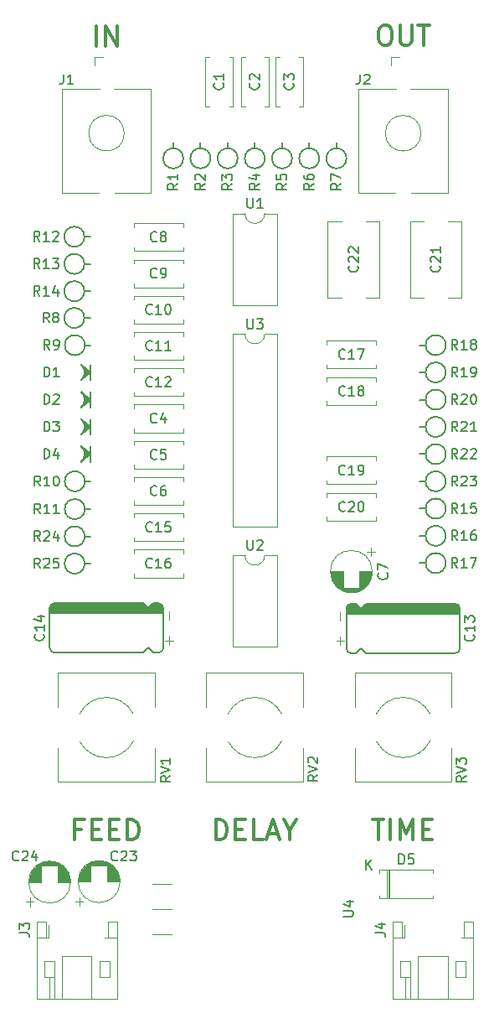
<source format=gbr>
%TF.GenerationSoftware,KiCad,Pcbnew,9.0.2*%
%TF.CreationDate,2025-06-29T10:57:22+10:00*%
%TF.ProjectId,Delay,44656c61-792e-46b6-9963-61645f706362,rev?*%
%TF.SameCoordinates,Original*%
%TF.FileFunction,Legend,Top*%
%TF.FilePolarity,Positive*%
%FSLAX46Y46*%
G04 Gerber Fmt 4.6, Leading zero omitted, Abs format (unit mm)*
G04 Created by KiCad (PCBNEW 9.0.2) date 2025-06-29 10:57:22*
%MOMM*%
%LPD*%
G01*
G04 APERTURE LIST*
%ADD10C,0.300000*%
%ADD11C,0.150000*%
%ADD12C,0.120000*%
%ADD13C,0.350000*%
%ADD14C,0.000100*%
%ADD15C,0.010050*%
%ADD16C,0.200000*%
%ADD17C,0.100000*%
G04 APERTURE END LIST*
D10*
X162999999Y-51609638D02*
X163380952Y-51609638D01*
X163380952Y-51609638D02*
X163571428Y-51704876D01*
X163571428Y-51704876D02*
X163761904Y-51895352D01*
X163761904Y-51895352D02*
X163857142Y-52276304D01*
X163857142Y-52276304D02*
X163857142Y-52942971D01*
X163857142Y-52942971D02*
X163761904Y-53323923D01*
X163761904Y-53323923D02*
X163571428Y-53514400D01*
X163571428Y-53514400D02*
X163380952Y-53609638D01*
X163380952Y-53609638D02*
X162999999Y-53609638D01*
X162999999Y-53609638D02*
X162809523Y-53514400D01*
X162809523Y-53514400D02*
X162619047Y-53323923D01*
X162619047Y-53323923D02*
X162523809Y-52942971D01*
X162523809Y-52942971D02*
X162523809Y-52276304D01*
X162523809Y-52276304D02*
X162619047Y-51895352D01*
X162619047Y-51895352D02*
X162809523Y-51704876D01*
X162809523Y-51704876D02*
X162999999Y-51609638D01*
X164714285Y-51609638D02*
X164714285Y-53228685D01*
X164714285Y-53228685D02*
X164809523Y-53419161D01*
X164809523Y-53419161D02*
X164904761Y-53514400D01*
X164904761Y-53514400D02*
X165095237Y-53609638D01*
X165095237Y-53609638D02*
X165476190Y-53609638D01*
X165476190Y-53609638D02*
X165666666Y-53514400D01*
X165666666Y-53514400D02*
X165761904Y-53419161D01*
X165761904Y-53419161D02*
X165857142Y-53228685D01*
X165857142Y-53228685D02*
X165857142Y-51609638D01*
X166523809Y-51609638D02*
X167666666Y-51609638D01*
X167095237Y-53609638D02*
X167095237Y-51609638D01*
X146047618Y-133809638D02*
X146047618Y-131809638D01*
X146047618Y-131809638D02*
X146523808Y-131809638D01*
X146523808Y-131809638D02*
X146809523Y-131904876D01*
X146809523Y-131904876D02*
X146999999Y-132095352D01*
X146999999Y-132095352D02*
X147095237Y-132285828D01*
X147095237Y-132285828D02*
X147190475Y-132666780D01*
X147190475Y-132666780D02*
X147190475Y-132952495D01*
X147190475Y-132952495D02*
X147095237Y-133333447D01*
X147095237Y-133333447D02*
X146999999Y-133523923D01*
X146999999Y-133523923D02*
X146809523Y-133714400D01*
X146809523Y-133714400D02*
X146523808Y-133809638D01*
X146523808Y-133809638D02*
X146047618Y-133809638D01*
X148047618Y-132762019D02*
X148714285Y-132762019D01*
X148999999Y-133809638D02*
X148047618Y-133809638D01*
X148047618Y-133809638D02*
X148047618Y-131809638D01*
X148047618Y-131809638D02*
X148999999Y-131809638D01*
X150809523Y-133809638D02*
X149857142Y-133809638D01*
X149857142Y-133809638D02*
X149857142Y-131809638D01*
X151380952Y-133238209D02*
X152333333Y-133238209D01*
X151190476Y-133809638D02*
X151857142Y-131809638D01*
X151857142Y-131809638D02*
X152523809Y-133809638D01*
X153571428Y-132857257D02*
X153571428Y-133809638D01*
X152904762Y-131809638D02*
X153571428Y-132857257D01*
X153571428Y-132857257D02*
X154238095Y-131809638D01*
X161904762Y-131809638D02*
X163047619Y-131809638D01*
X162476190Y-133809638D02*
X162476190Y-131809638D01*
X163714286Y-133809638D02*
X163714286Y-131809638D01*
X164666667Y-133809638D02*
X164666667Y-131809638D01*
X164666667Y-131809638D02*
X165333334Y-133238209D01*
X165333334Y-133238209D02*
X166000000Y-131809638D01*
X166000000Y-131809638D02*
X166000000Y-133809638D01*
X166952381Y-132762019D02*
X167619048Y-132762019D01*
X167904762Y-133809638D02*
X166952381Y-133809638D01*
X166952381Y-133809638D02*
X166952381Y-131809638D01*
X166952381Y-131809638D02*
X167904762Y-131809638D01*
X132476190Y-132762019D02*
X131809523Y-132762019D01*
X131809523Y-133809638D02*
X131809523Y-131809638D01*
X131809523Y-131809638D02*
X132761904Y-131809638D01*
X133523809Y-132762019D02*
X134190476Y-132762019D01*
X134476190Y-133809638D02*
X133523809Y-133809638D01*
X133523809Y-133809638D02*
X133523809Y-131809638D01*
X133523809Y-131809638D02*
X134476190Y-131809638D01*
X135333333Y-132762019D02*
X136000000Y-132762019D01*
X136285714Y-133809638D02*
X135333333Y-133809638D01*
X135333333Y-133809638D02*
X135333333Y-131809638D01*
X135333333Y-131809638D02*
X136285714Y-131809638D01*
X137142857Y-133809638D02*
X137142857Y-131809638D01*
X137142857Y-131809638D02*
X137619047Y-131809638D01*
X137619047Y-131809638D02*
X137904762Y-131904876D01*
X137904762Y-131904876D02*
X138095238Y-132095352D01*
X138095238Y-132095352D02*
X138190476Y-132285828D01*
X138190476Y-132285828D02*
X138285714Y-132666780D01*
X138285714Y-132666780D02*
X138285714Y-132952495D01*
X138285714Y-132952495D02*
X138190476Y-133333447D01*
X138190476Y-133333447D02*
X138095238Y-133523923D01*
X138095238Y-133523923D02*
X137904762Y-133714400D01*
X137904762Y-133714400D02*
X137619047Y-133809638D01*
X137619047Y-133809638D02*
X137142857Y-133809638D01*
X133952381Y-53709638D02*
X133952381Y-51709638D01*
X134904762Y-53709638D02*
X134904762Y-51709638D01*
X134904762Y-51709638D02*
X136047619Y-53709638D01*
X136047619Y-53709638D02*
X136047619Y-51709638D01*
D11*
X170498207Y-84354819D02*
X170164874Y-83878628D01*
X169926779Y-84354819D02*
X169926779Y-83354819D01*
X169926779Y-83354819D02*
X170307731Y-83354819D01*
X170307731Y-83354819D02*
X170402969Y-83402438D01*
X170402969Y-83402438D02*
X170450588Y-83450057D01*
X170450588Y-83450057D02*
X170498207Y-83545295D01*
X170498207Y-83545295D02*
X170498207Y-83688152D01*
X170498207Y-83688152D02*
X170450588Y-83783390D01*
X170450588Y-83783390D02*
X170402969Y-83831009D01*
X170402969Y-83831009D02*
X170307731Y-83878628D01*
X170307731Y-83878628D02*
X169926779Y-83878628D01*
X171450588Y-84354819D02*
X170879160Y-84354819D01*
X171164874Y-84354819D02*
X171164874Y-83354819D01*
X171164874Y-83354819D02*
X171069636Y-83497676D01*
X171069636Y-83497676D02*
X170974398Y-83592914D01*
X170974398Y-83592914D02*
X170879160Y-83640533D01*
X172022017Y-83783390D02*
X171926779Y-83735771D01*
X171926779Y-83735771D02*
X171879160Y-83688152D01*
X171879160Y-83688152D02*
X171831541Y-83592914D01*
X171831541Y-83592914D02*
X171831541Y-83545295D01*
X171831541Y-83545295D02*
X171879160Y-83450057D01*
X171879160Y-83450057D02*
X171926779Y-83402438D01*
X171926779Y-83402438D02*
X172022017Y-83354819D01*
X172022017Y-83354819D02*
X172212493Y-83354819D01*
X172212493Y-83354819D02*
X172307731Y-83402438D01*
X172307731Y-83402438D02*
X172355350Y-83450057D01*
X172355350Y-83450057D02*
X172402969Y-83545295D01*
X172402969Y-83545295D02*
X172402969Y-83592914D01*
X172402969Y-83592914D02*
X172355350Y-83688152D01*
X172355350Y-83688152D02*
X172307731Y-83735771D01*
X172307731Y-83735771D02*
X172212493Y-83783390D01*
X172212493Y-83783390D02*
X172022017Y-83783390D01*
X172022017Y-83783390D02*
X171926779Y-83831009D01*
X171926779Y-83831009D02*
X171879160Y-83878628D01*
X171879160Y-83878628D02*
X171831541Y-83973866D01*
X171831541Y-83973866D02*
X171831541Y-84164342D01*
X171831541Y-84164342D02*
X171879160Y-84259580D01*
X171879160Y-84259580D02*
X171926779Y-84307200D01*
X171926779Y-84307200D02*
X172022017Y-84354819D01*
X172022017Y-84354819D02*
X172212493Y-84354819D01*
X172212493Y-84354819D02*
X172307731Y-84307200D01*
X172307731Y-84307200D02*
X172355350Y-84259580D01*
X172355350Y-84259580D02*
X172402969Y-84164342D01*
X172402969Y-84164342D02*
X172402969Y-83973866D01*
X172402969Y-83973866D02*
X172355350Y-83878628D01*
X172355350Y-83878628D02*
X172307731Y-83831009D01*
X172307731Y-83831009D02*
X172212493Y-83783390D01*
X147704819Y-67581541D02*
X147228628Y-67914874D01*
X147704819Y-68152969D02*
X146704819Y-68152969D01*
X146704819Y-68152969D02*
X146704819Y-67772017D01*
X146704819Y-67772017D02*
X146752438Y-67676779D01*
X146752438Y-67676779D02*
X146800057Y-67629160D01*
X146800057Y-67629160D02*
X146895295Y-67581541D01*
X146895295Y-67581541D02*
X147038152Y-67581541D01*
X147038152Y-67581541D02*
X147133390Y-67629160D01*
X147133390Y-67629160D02*
X147181009Y-67676779D01*
X147181009Y-67676779D02*
X147228628Y-67772017D01*
X147228628Y-67772017D02*
X147228628Y-68152969D01*
X146704819Y-67248207D02*
X146704819Y-66629160D01*
X146704819Y-66629160D02*
X147085771Y-66962493D01*
X147085771Y-66962493D02*
X147085771Y-66819636D01*
X147085771Y-66819636D02*
X147133390Y-66724398D01*
X147133390Y-66724398D02*
X147181009Y-66676779D01*
X147181009Y-66676779D02*
X147276247Y-66629160D01*
X147276247Y-66629160D02*
X147514342Y-66629160D01*
X147514342Y-66629160D02*
X147609580Y-66676779D01*
X147609580Y-66676779D02*
X147657200Y-66724398D01*
X147657200Y-66724398D02*
X147704819Y-66819636D01*
X147704819Y-66819636D02*
X147704819Y-67105350D01*
X147704819Y-67105350D02*
X147657200Y-67200588D01*
X147657200Y-67200588D02*
X147609580Y-67248207D01*
X140083333Y-95326248D02*
X140035714Y-95373868D01*
X140035714Y-95373868D02*
X139892857Y-95421487D01*
X139892857Y-95421487D02*
X139797619Y-95421487D01*
X139797619Y-95421487D02*
X139654762Y-95373868D01*
X139654762Y-95373868D02*
X139559524Y-95278629D01*
X139559524Y-95278629D02*
X139511905Y-95183391D01*
X139511905Y-95183391D02*
X139464286Y-94992915D01*
X139464286Y-94992915D02*
X139464286Y-94850058D01*
X139464286Y-94850058D02*
X139511905Y-94659582D01*
X139511905Y-94659582D02*
X139559524Y-94564344D01*
X139559524Y-94564344D02*
X139654762Y-94469106D01*
X139654762Y-94469106D02*
X139797619Y-94421487D01*
X139797619Y-94421487D02*
X139892857Y-94421487D01*
X139892857Y-94421487D02*
X140035714Y-94469106D01*
X140035714Y-94469106D02*
X140083333Y-94516725D01*
X140988095Y-94421487D02*
X140511905Y-94421487D01*
X140511905Y-94421487D02*
X140464286Y-94897677D01*
X140464286Y-94897677D02*
X140511905Y-94850058D01*
X140511905Y-94850058D02*
X140607143Y-94802439D01*
X140607143Y-94802439D02*
X140845238Y-94802439D01*
X140845238Y-94802439D02*
X140940476Y-94850058D01*
X140940476Y-94850058D02*
X140988095Y-94897677D01*
X140988095Y-94897677D02*
X141035714Y-94992915D01*
X141035714Y-94992915D02*
X141035714Y-95231010D01*
X141035714Y-95231010D02*
X140988095Y-95326248D01*
X140988095Y-95326248D02*
X140940476Y-95373868D01*
X140940476Y-95373868D02*
X140845238Y-95421487D01*
X140845238Y-95421487D02*
X140607143Y-95421487D01*
X140607143Y-95421487D02*
X140511905Y-95373868D01*
X140511905Y-95373868D02*
X140464286Y-95326248D01*
X141454819Y-127395238D02*
X140978628Y-127728571D01*
X141454819Y-127966666D02*
X140454819Y-127966666D01*
X140454819Y-127966666D02*
X140454819Y-127585714D01*
X140454819Y-127585714D02*
X140502438Y-127490476D01*
X140502438Y-127490476D02*
X140550057Y-127442857D01*
X140550057Y-127442857D02*
X140645295Y-127395238D01*
X140645295Y-127395238D02*
X140788152Y-127395238D01*
X140788152Y-127395238D02*
X140883390Y-127442857D01*
X140883390Y-127442857D02*
X140931009Y-127490476D01*
X140931009Y-127490476D02*
X140978628Y-127585714D01*
X140978628Y-127585714D02*
X140978628Y-127966666D01*
X140454819Y-127109523D02*
X141454819Y-126776190D01*
X141454819Y-126776190D02*
X140454819Y-126442857D01*
X141454819Y-125585714D02*
X141454819Y-126157142D01*
X141454819Y-125871428D02*
X140454819Y-125871428D01*
X140454819Y-125871428D02*
X140597676Y-125966666D01*
X140597676Y-125966666D02*
X140692914Y-126061904D01*
X140692914Y-126061904D02*
X140740533Y-126157142D01*
X160636666Y-56554819D02*
X160636666Y-57269104D01*
X160636666Y-57269104D02*
X160589047Y-57411961D01*
X160589047Y-57411961D02*
X160493809Y-57507200D01*
X160493809Y-57507200D02*
X160350952Y-57554819D01*
X160350952Y-57554819D02*
X160255714Y-57554819D01*
X161065238Y-56650057D02*
X161112857Y-56602438D01*
X161112857Y-56602438D02*
X161208095Y-56554819D01*
X161208095Y-56554819D02*
X161446190Y-56554819D01*
X161446190Y-56554819D02*
X161541428Y-56602438D01*
X161541428Y-56602438D02*
X161589047Y-56650057D01*
X161589047Y-56650057D02*
X161636666Y-56745295D01*
X161636666Y-56745295D02*
X161636666Y-56840533D01*
X161636666Y-56840533D02*
X161589047Y-56983390D01*
X161589047Y-56983390D02*
X161017619Y-57554819D01*
X161017619Y-57554819D02*
X161636666Y-57554819D01*
X170498207Y-92604819D02*
X170164874Y-92128628D01*
X169926779Y-92604819D02*
X169926779Y-91604819D01*
X169926779Y-91604819D02*
X170307731Y-91604819D01*
X170307731Y-91604819D02*
X170402969Y-91652438D01*
X170402969Y-91652438D02*
X170450588Y-91700057D01*
X170450588Y-91700057D02*
X170498207Y-91795295D01*
X170498207Y-91795295D02*
X170498207Y-91938152D01*
X170498207Y-91938152D02*
X170450588Y-92033390D01*
X170450588Y-92033390D02*
X170402969Y-92081009D01*
X170402969Y-92081009D02*
X170307731Y-92128628D01*
X170307731Y-92128628D02*
X169926779Y-92128628D01*
X170879160Y-91700057D02*
X170926779Y-91652438D01*
X170926779Y-91652438D02*
X171022017Y-91604819D01*
X171022017Y-91604819D02*
X171260112Y-91604819D01*
X171260112Y-91604819D02*
X171355350Y-91652438D01*
X171355350Y-91652438D02*
X171402969Y-91700057D01*
X171402969Y-91700057D02*
X171450588Y-91795295D01*
X171450588Y-91795295D02*
X171450588Y-91890533D01*
X171450588Y-91890533D02*
X171402969Y-92033390D01*
X171402969Y-92033390D02*
X170831541Y-92604819D01*
X170831541Y-92604819D02*
X171450588Y-92604819D01*
X172402969Y-92604819D02*
X171831541Y-92604819D01*
X172117255Y-92604819D02*
X172117255Y-91604819D01*
X172117255Y-91604819D02*
X172022017Y-91747676D01*
X172022017Y-91747676D02*
X171926779Y-91842914D01*
X171926779Y-91842914D02*
X171831541Y-91890533D01*
X128687030Y-89854819D02*
X128687030Y-88854819D01*
X128687030Y-88854819D02*
X128925125Y-88854819D01*
X128925125Y-88854819D02*
X129067982Y-88902438D01*
X129067982Y-88902438D02*
X129163220Y-88997676D01*
X129163220Y-88997676D02*
X129210839Y-89092914D01*
X129210839Y-89092914D02*
X129258458Y-89283390D01*
X129258458Y-89283390D02*
X129258458Y-89426247D01*
X129258458Y-89426247D02*
X129210839Y-89616723D01*
X129210839Y-89616723D02*
X129163220Y-89711961D01*
X129163220Y-89711961D02*
X129067982Y-89807200D01*
X129067982Y-89807200D02*
X128925125Y-89854819D01*
X128925125Y-89854819D02*
X128687030Y-89854819D01*
X129639411Y-88950057D02*
X129687030Y-88902438D01*
X129687030Y-88902438D02*
X129782268Y-88854819D01*
X129782268Y-88854819D02*
X130020363Y-88854819D01*
X130020363Y-88854819D02*
X130115601Y-88902438D01*
X130115601Y-88902438D02*
X130163220Y-88950057D01*
X130163220Y-88950057D02*
X130210839Y-89045295D01*
X130210839Y-89045295D02*
X130210839Y-89140533D01*
X130210839Y-89140533D02*
X130163220Y-89283390D01*
X130163220Y-89283390D02*
X129591792Y-89854819D01*
X129591792Y-89854819D02*
X130210839Y-89854819D01*
X158954819Y-141561904D02*
X159764342Y-141561904D01*
X159764342Y-141561904D02*
X159859580Y-141514285D01*
X159859580Y-141514285D02*
X159907200Y-141466666D01*
X159907200Y-141466666D02*
X159954819Y-141371428D01*
X159954819Y-141371428D02*
X159954819Y-141180952D01*
X159954819Y-141180952D02*
X159907200Y-141085714D01*
X159907200Y-141085714D02*
X159859580Y-141038095D01*
X159859580Y-141038095D02*
X159764342Y-140990476D01*
X159764342Y-140990476D02*
X158954819Y-140990476D01*
X159288152Y-140085714D02*
X159954819Y-140085714D01*
X158907200Y-140323809D02*
X159621485Y-140561904D01*
X159621485Y-140561904D02*
X159621485Y-139942857D01*
X139607142Y-102648468D02*
X139559523Y-102696088D01*
X139559523Y-102696088D02*
X139416666Y-102743707D01*
X139416666Y-102743707D02*
X139321428Y-102743707D01*
X139321428Y-102743707D02*
X139178571Y-102696088D01*
X139178571Y-102696088D02*
X139083333Y-102600849D01*
X139083333Y-102600849D02*
X139035714Y-102505611D01*
X139035714Y-102505611D02*
X138988095Y-102315135D01*
X138988095Y-102315135D02*
X138988095Y-102172278D01*
X138988095Y-102172278D02*
X139035714Y-101981802D01*
X139035714Y-101981802D02*
X139083333Y-101886564D01*
X139083333Y-101886564D02*
X139178571Y-101791326D01*
X139178571Y-101791326D02*
X139321428Y-101743707D01*
X139321428Y-101743707D02*
X139416666Y-101743707D01*
X139416666Y-101743707D02*
X139559523Y-101791326D01*
X139559523Y-101791326D02*
X139607142Y-101838945D01*
X140559523Y-102743707D02*
X139988095Y-102743707D01*
X140273809Y-102743707D02*
X140273809Y-101743707D01*
X140273809Y-101743707D02*
X140178571Y-101886564D01*
X140178571Y-101886564D02*
X140083333Y-101981802D01*
X140083333Y-101981802D02*
X139988095Y-102029421D01*
X141464285Y-101743707D02*
X140988095Y-101743707D01*
X140988095Y-101743707D02*
X140940476Y-102219897D01*
X140940476Y-102219897D02*
X140988095Y-102172278D01*
X140988095Y-102172278D02*
X141083333Y-102124659D01*
X141083333Y-102124659D02*
X141321428Y-102124659D01*
X141321428Y-102124659D02*
X141416666Y-102172278D01*
X141416666Y-102172278D02*
X141464285Y-102219897D01*
X141464285Y-102219897D02*
X141511904Y-102315135D01*
X141511904Y-102315135D02*
X141511904Y-102553230D01*
X141511904Y-102553230D02*
X141464285Y-102648468D01*
X141464285Y-102648468D02*
X141416666Y-102696088D01*
X141416666Y-102696088D02*
X141321428Y-102743707D01*
X141321428Y-102743707D02*
X141083333Y-102743707D01*
X141083333Y-102743707D02*
X140988095Y-102696088D01*
X140988095Y-102696088D02*
X140940476Y-102648468D01*
X129208458Y-81604819D02*
X128875125Y-81128628D01*
X128637030Y-81604819D02*
X128637030Y-80604819D01*
X128637030Y-80604819D02*
X129017982Y-80604819D01*
X129017982Y-80604819D02*
X129113220Y-80652438D01*
X129113220Y-80652438D02*
X129160839Y-80700057D01*
X129160839Y-80700057D02*
X129208458Y-80795295D01*
X129208458Y-80795295D02*
X129208458Y-80938152D01*
X129208458Y-80938152D02*
X129160839Y-81033390D01*
X129160839Y-81033390D02*
X129113220Y-81081009D01*
X129113220Y-81081009D02*
X129017982Y-81128628D01*
X129017982Y-81128628D02*
X128637030Y-81128628D01*
X129779887Y-81033390D02*
X129684649Y-80985771D01*
X129684649Y-80985771D02*
X129637030Y-80938152D01*
X129637030Y-80938152D02*
X129589411Y-80842914D01*
X129589411Y-80842914D02*
X129589411Y-80795295D01*
X129589411Y-80795295D02*
X129637030Y-80700057D01*
X129637030Y-80700057D02*
X129684649Y-80652438D01*
X129684649Y-80652438D02*
X129779887Y-80604819D01*
X129779887Y-80604819D02*
X129970363Y-80604819D01*
X129970363Y-80604819D02*
X130065601Y-80652438D01*
X130065601Y-80652438D02*
X130113220Y-80700057D01*
X130113220Y-80700057D02*
X130160839Y-80795295D01*
X130160839Y-80795295D02*
X130160839Y-80842914D01*
X130160839Y-80842914D02*
X130113220Y-80938152D01*
X130113220Y-80938152D02*
X130065601Y-80985771D01*
X130065601Y-80985771D02*
X129970363Y-81033390D01*
X129970363Y-81033390D02*
X129779887Y-81033390D01*
X129779887Y-81033390D02*
X129684649Y-81081009D01*
X129684649Y-81081009D02*
X129637030Y-81128628D01*
X129637030Y-81128628D02*
X129589411Y-81223866D01*
X129589411Y-81223866D02*
X129589411Y-81414342D01*
X129589411Y-81414342D02*
X129637030Y-81509580D01*
X129637030Y-81509580D02*
X129684649Y-81557200D01*
X129684649Y-81557200D02*
X129779887Y-81604819D01*
X129779887Y-81604819D02*
X129970363Y-81604819D01*
X129970363Y-81604819D02*
X130065601Y-81557200D01*
X130065601Y-81557200D02*
X130113220Y-81509580D01*
X130113220Y-81509580D02*
X130160839Y-81414342D01*
X130160839Y-81414342D02*
X130160839Y-81223866D01*
X130160839Y-81223866D02*
X130113220Y-81128628D01*
X130113220Y-81128628D02*
X130065601Y-81081009D01*
X130065601Y-81081009D02*
X129970363Y-81033390D01*
X155954819Y-67581541D02*
X155478628Y-67914874D01*
X155954819Y-68152969D02*
X154954819Y-68152969D01*
X154954819Y-68152969D02*
X154954819Y-67772017D01*
X154954819Y-67772017D02*
X155002438Y-67676779D01*
X155002438Y-67676779D02*
X155050057Y-67629160D01*
X155050057Y-67629160D02*
X155145295Y-67581541D01*
X155145295Y-67581541D02*
X155288152Y-67581541D01*
X155288152Y-67581541D02*
X155383390Y-67629160D01*
X155383390Y-67629160D02*
X155431009Y-67676779D01*
X155431009Y-67676779D02*
X155478628Y-67772017D01*
X155478628Y-67772017D02*
X155478628Y-68152969D01*
X154954819Y-66724398D02*
X154954819Y-66914874D01*
X154954819Y-66914874D02*
X155002438Y-67010112D01*
X155002438Y-67010112D02*
X155050057Y-67057731D01*
X155050057Y-67057731D02*
X155192914Y-67152969D01*
X155192914Y-67152969D02*
X155383390Y-67200588D01*
X155383390Y-67200588D02*
X155764342Y-67200588D01*
X155764342Y-67200588D02*
X155859580Y-67152969D01*
X155859580Y-67152969D02*
X155907200Y-67105350D01*
X155907200Y-67105350D02*
X155954819Y-67010112D01*
X155954819Y-67010112D02*
X155954819Y-66819636D01*
X155954819Y-66819636D02*
X155907200Y-66724398D01*
X155907200Y-66724398D02*
X155859580Y-66676779D01*
X155859580Y-66676779D02*
X155764342Y-66629160D01*
X155764342Y-66629160D02*
X155526247Y-66629160D01*
X155526247Y-66629160D02*
X155431009Y-66676779D01*
X155431009Y-66676779D02*
X155383390Y-66724398D01*
X155383390Y-66724398D02*
X155335771Y-66819636D01*
X155335771Y-66819636D02*
X155335771Y-67010112D01*
X155335771Y-67010112D02*
X155383390Y-67105350D01*
X155383390Y-67105350D02*
X155431009Y-67152969D01*
X155431009Y-67152969D02*
X155526247Y-67200588D01*
X159107142Y-96909579D02*
X159059523Y-96957199D01*
X159059523Y-96957199D02*
X158916666Y-97004818D01*
X158916666Y-97004818D02*
X158821428Y-97004818D01*
X158821428Y-97004818D02*
X158678571Y-96957199D01*
X158678571Y-96957199D02*
X158583333Y-96861960D01*
X158583333Y-96861960D02*
X158535714Y-96766722D01*
X158535714Y-96766722D02*
X158488095Y-96576246D01*
X158488095Y-96576246D02*
X158488095Y-96433389D01*
X158488095Y-96433389D02*
X158535714Y-96242913D01*
X158535714Y-96242913D02*
X158583333Y-96147675D01*
X158583333Y-96147675D02*
X158678571Y-96052437D01*
X158678571Y-96052437D02*
X158821428Y-96004818D01*
X158821428Y-96004818D02*
X158916666Y-96004818D01*
X158916666Y-96004818D02*
X159059523Y-96052437D01*
X159059523Y-96052437D02*
X159107142Y-96100056D01*
X160059523Y-97004818D02*
X159488095Y-97004818D01*
X159773809Y-97004818D02*
X159773809Y-96004818D01*
X159773809Y-96004818D02*
X159678571Y-96147675D01*
X159678571Y-96147675D02*
X159583333Y-96242913D01*
X159583333Y-96242913D02*
X159488095Y-96290532D01*
X160535714Y-97004818D02*
X160726190Y-97004818D01*
X160726190Y-97004818D02*
X160821428Y-96957199D01*
X160821428Y-96957199D02*
X160869047Y-96909579D01*
X160869047Y-96909579D02*
X160964285Y-96766722D01*
X160964285Y-96766722D02*
X161011904Y-96576246D01*
X161011904Y-96576246D02*
X161011904Y-96195294D01*
X161011904Y-96195294D02*
X160964285Y-96100056D01*
X160964285Y-96100056D02*
X160916666Y-96052437D01*
X160916666Y-96052437D02*
X160821428Y-96004818D01*
X160821428Y-96004818D02*
X160630952Y-96004818D01*
X160630952Y-96004818D02*
X160535714Y-96052437D01*
X160535714Y-96052437D02*
X160488095Y-96100056D01*
X160488095Y-96100056D02*
X160440476Y-96195294D01*
X160440476Y-96195294D02*
X160440476Y-96433389D01*
X160440476Y-96433389D02*
X160488095Y-96528627D01*
X160488095Y-96528627D02*
X160535714Y-96576246D01*
X160535714Y-96576246D02*
X160630952Y-96623865D01*
X160630952Y-96623865D02*
X160821428Y-96623865D01*
X160821428Y-96623865D02*
X160916666Y-96576246D01*
X160916666Y-96576246D02*
X160964285Y-96528627D01*
X160964285Y-96528627D02*
X161011904Y-96433389D01*
X139607142Y-84342914D02*
X139559523Y-84390534D01*
X139559523Y-84390534D02*
X139416666Y-84438153D01*
X139416666Y-84438153D02*
X139321428Y-84438153D01*
X139321428Y-84438153D02*
X139178571Y-84390534D01*
X139178571Y-84390534D02*
X139083333Y-84295295D01*
X139083333Y-84295295D02*
X139035714Y-84200057D01*
X139035714Y-84200057D02*
X138988095Y-84009581D01*
X138988095Y-84009581D02*
X138988095Y-83866724D01*
X138988095Y-83866724D02*
X139035714Y-83676248D01*
X139035714Y-83676248D02*
X139083333Y-83581010D01*
X139083333Y-83581010D02*
X139178571Y-83485772D01*
X139178571Y-83485772D02*
X139321428Y-83438153D01*
X139321428Y-83438153D02*
X139416666Y-83438153D01*
X139416666Y-83438153D02*
X139559523Y-83485772D01*
X139559523Y-83485772D02*
X139607142Y-83533391D01*
X140559523Y-84438153D02*
X139988095Y-84438153D01*
X140273809Y-84438153D02*
X140273809Y-83438153D01*
X140273809Y-83438153D02*
X140178571Y-83581010D01*
X140178571Y-83581010D02*
X140083333Y-83676248D01*
X140083333Y-83676248D02*
X139988095Y-83723867D01*
X141511904Y-84438153D02*
X140940476Y-84438153D01*
X141226190Y-84438153D02*
X141226190Y-83438153D01*
X141226190Y-83438153D02*
X141130952Y-83581010D01*
X141130952Y-83581010D02*
X141035714Y-83676248D01*
X141035714Y-83676248D02*
X140940476Y-83723867D01*
X159107142Y-100609581D02*
X159059523Y-100657201D01*
X159059523Y-100657201D02*
X158916666Y-100704820D01*
X158916666Y-100704820D02*
X158821428Y-100704820D01*
X158821428Y-100704820D02*
X158678571Y-100657201D01*
X158678571Y-100657201D02*
X158583333Y-100561962D01*
X158583333Y-100561962D02*
X158535714Y-100466724D01*
X158535714Y-100466724D02*
X158488095Y-100276248D01*
X158488095Y-100276248D02*
X158488095Y-100133391D01*
X158488095Y-100133391D02*
X158535714Y-99942915D01*
X158535714Y-99942915D02*
X158583333Y-99847677D01*
X158583333Y-99847677D02*
X158678571Y-99752439D01*
X158678571Y-99752439D02*
X158821428Y-99704820D01*
X158821428Y-99704820D02*
X158916666Y-99704820D01*
X158916666Y-99704820D02*
X159059523Y-99752439D01*
X159059523Y-99752439D02*
X159107142Y-99800058D01*
X159488095Y-99800058D02*
X159535714Y-99752439D01*
X159535714Y-99752439D02*
X159630952Y-99704820D01*
X159630952Y-99704820D02*
X159869047Y-99704820D01*
X159869047Y-99704820D02*
X159964285Y-99752439D01*
X159964285Y-99752439D02*
X160011904Y-99800058D01*
X160011904Y-99800058D02*
X160059523Y-99895296D01*
X160059523Y-99895296D02*
X160059523Y-99990534D01*
X160059523Y-99990534D02*
X160011904Y-100133391D01*
X160011904Y-100133391D02*
X159440476Y-100704820D01*
X159440476Y-100704820D02*
X160059523Y-100704820D01*
X160678571Y-99704820D02*
X160773809Y-99704820D01*
X160773809Y-99704820D02*
X160869047Y-99752439D01*
X160869047Y-99752439D02*
X160916666Y-99800058D01*
X160916666Y-99800058D02*
X160964285Y-99895296D01*
X160964285Y-99895296D02*
X161011904Y-100085772D01*
X161011904Y-100085772D02*
X161011904Y-100323867D01*
X161011904Y-100323867D02*
X160964285Y-100514343D01*
X160964285Y-100514343D02*
X160916666Y-100609581D01*
X160916666Y-100609581D02*
X160869047Y-100657201D01*
X160869047Y-100657201D02*
X160773809Y-100704820D01*
X160773809Y-100704820D02*
X160678571Y-100704820D01*
X160678571Y-100704820D02*
X160583333Y-100657201D01*
X160583333Y-100657201D02*
X160535714Y-100609581D01*
X160535714Y-100609581D02*
X160488095Y-100514343D01*
X160488095Y-100514343D02*
X160440476Y-100323867D01*
X160440476Y-100323867D02*
X160440476Y-100085772D01*
X160440476Y-100085772D02*
X160488095Y-99895296D01*
X160488095Y-99895296D02*
X160535714Y-99800058D01*
X160535714Y-99800058D02*
X160583333Y-99752439D01*
X160583333Y-99752439D02*
X160678571Y-99704820D01*
X128306077Y-98104819D02*
X127972744Y-97628628D01*
X127734649Y-98104819D02*
X127734649Y-97104819D01*
X127734649Y-97104819D02*
X128115601Y-97104819D01*
X128115601Y-97104819D02*
X128210839Y-97152438D01*
X128210839Y-97152438D02*
X128258458Y-97200057D01*
X128258458Y-97200057D02*
X128306077Y-97295295D01*
X128306077Y-97295295D02*
X128306077Y-97438152D01*
X128306077Y-97438152D02*
X128258458Y-97533390D01*
X128258458Y-97533390D02*
X128210839Y-97581009D01*
X128210839Y-97581009D02*
X128115601Y-97628628D01*
X128115601Y-97628628D02*
X127734649Y-97628628D01*
X129258458Y-98104819D02*
X128687030Y-98104819D01*
X128972744Y-98104819D02*
X128972744Y-97104819D01*
X128972744Y-97104819D02*
X128877506Y-97247676D01*
X128877506Y-97247676D02*
X128782268Y-97342914D01*
X128782268Y-97342914D02*
X128687030Y-97390533D01*
X129877506Y-97104819D02*
X129972744Y-97104819D01*
X129972744Y-97104819D02*
X130067982Y-97152438D01*
X130067982Y-97152438D02*
X130115601Y-97200057D01*
X130115601Y-97200057D02*
X130163220Y-97295295D01*
X130163220Y-97295295D02*
X130210839Y-97485771D01*
X130210839Y-97485771D02*
X130210839Y-97723866D01*
X130210839Y-97723866D02*
X130163220Y-97914342D01*
X130163220Y-97914342D02*
X130115601Y-98009580D01*
X130115601Y-98009580D02*
X130067982Y-98057200D01*
X130067982Y-98057200D02*
X129972744Y-98104819D01*
X129972744Y-98104819D02*
X129877506Y-98104819D01*
X129877506Y-98104819D02*
X129782268Y-98057200D01*
X129782268Y-98057200D02*
X129734649Y-98009580D01*
X129734649Y-98009580D02*
X129687030Y-97914342D01*
X129687030Y-97914342D02*
X129639411Y-97723866D01*
X129639411Y-97723866D02*
X129639411Y-97485771D01*
X129639411Y-97485771D02*
X129687030Y-97295295D01*
X129687030Y-97295295D02*
X129734649Y-97200057D01*
X129734649Y-97200057D02*
X129782268Y-97152438D01*
X129782268Y-97152438D02*
X129877506Y-97104819D01*
X128286577Y-103654819D02*
X127953244Y-103178628D01*
X127715149Y-103654819D02*
X127715149Y-102654819D01*
X127715149Y-102654819D02*
X128096101Y-102654819D01*
X128096101Y-102654819D02*
X128191339Y-102702438D01*
X128191339Y-102702438D02*
X128238958Y-102750057D01*
X128238958Y-102750057D02*
X128286577Y-102845295D01*
X128286577Y-102845295D02*
X128286577Y-102988152D01*
X128286577Y-102988152D02*
X128238958Y-103083390D01*
X128238958Y-103083390D02*
X128191339Y-103131009D01*
X128191339Y-103131009D02*
X128096101Y-103178628D01*
X128096101Y-103178628D02*
X127715149Y-103178628D01*
X128667530Y-102750057D02*
X128715149Y-102702438D01*
X128715149Y-102702438D02*
X128810387Y-102654819D01*
X128810387Y-102654819D02*
X129048482Y-102654819D01*
X129048482Y-102654819D02*
X129143720Y-102702438D01*
X129143720Y-102702438D02*
X129191339Y-102750057D01*
X129191339Y-102750057D02*
X129238958Y-102845295D01*
X129238958Y-102845295D02*
X129238958Y-102940533D01*
X129238958Y-102940533D02*
X129191339Y-103083390D01*
X129191339Y-103083390D02*
X128619911Y-103654819D01*
X128619911Y-103654819D02*
X129238958Y-103654819D01*
X130096101Y-102988152D02*
X130096101Y-103654819D01*
X129858006Y-102607200D02*
X129619911Y-103321485D01*
X129619911Y-103321485D02*
X130238958Y-103321485D01*
X128256077Y-78904819D02*
X127922744Y-78428628D01*
X127684649Y-78904819D02*
X127684649Y-77904819D01*
X127684649Y-77904819D02*
X128065601Y-77904819D01*
X128065601Y-77904819D02*
X128160839Y-77952438D01*
X128160839Y-77952438D02*
X128208458Y-78000057D01*
X128208458Y-78000057D02*
X128256077Y-78095295D01*
X128256077Y-78095295D02*
X128256077Y-78238152D01*
X128256077Y-78238152D02*
X128208458Y-78333390D01*
X128208458Y-78333390D02*
X128160839Y-78381009D01*
X128160839Y-78381009D02*
X128065601Y-78428628D01*
X128065601Y-78428628D02*
X127684649Y-78428628D01*
X129208458Y-78904819D02*
X128637030Y-78904819D01*
X128922744Y-78904819D02*
X128922744Y-77904819D01*
X128922744Y-77904819D02*
X128827506Y-78047676D01*
X128827506Y-78047676D02*
X128732268Y-78142914D01*
X128732268Y-78142914D02*
X128637030Y-78190533D01*
X130065601Y-78238152D02*
X130065601Y-78904819D01*
X129827506Y-77857200D02*
X129589411Y-78571485D01*
X129589411Y-78571485D02*
X130208458Y-78571485D01*
X170498207Y-87104819D02*
X170164874Y-86628628D01*
X169926779Y-87104819D02*
X169926779Y-86104819D01*
X169926779Y-86104819D02*
X170307731Y-86104819D01*
X170307731Y-86104819D02*
X170402969Y-86152438D01*
X170402969Y-86152438D02*
X170450588Y-86200057D01*
X170450588Y-86200057D02*
X170498207Y-86295295D01*
X170498207Y-86295295D02*
X170498207Y-86438152D01*
X170498207Y-86438152D02*
X170450588Y-86533390D01*
X170450588Y-86533390D02*
X170402969Y-86581009D01*
X170402969Y-86581009D02*
X170307731Y-86628628D01*
X170307731Y-86628628D02*
X169926779Y-86628628D01*
X171450588Y-87104819D02*
X170879160Y-87104819D01*
X171164874Y-87104819D02*
X171164874Y-86104819D01*
X171164874Y-86104819D02*
X171069636Y-86247676D01*
X171069636Y-86247676D02*
X170974398Y-86342914D01*
X170974398Y-86342914D02*
X170879160Y-86390533D01*
X171926779Y-87104819D02*
X172117255Y-87104819D01*
X172117255Y-87104819D02*
X172212493Y-87057200D01*
X172212493Y-87057200D02*
X172260112Y-87009580D01*
X172260112Y-87009580D02*
X172355350Y-86866723D01*
X172355350Y-86866723D02*
X172402969Y-86676247D01*
X172402969Y-86676247D02*
X172402969Y-86295295D01*
X172402969Y-86295295D02*
X172355350Y-86200057D01*
X172355350Y-86200057D02*
X172307731Y-86152438D01*
X172307731Y-86152438D02*
X172212493Y-86104819D01*
X172212493Y-86104819D02*
X172022017Y-86104819D01*
X172022017Y-86104819D02*
X171926779Y-86152438D01*
X171926779Y-86152438D02*
X171879160Y-86200057D01*
X171879160Y-86200057D02*
X171831541Y-86295295D01*
X171831541Y-86295295D02*
X171831541Y-86533390D01*
X171831541Y-86533390D02*
X171879160Y-86628628D01*
X171879160Y-86628628D02*
X171926779Y-86676247D01*
X171926779Y-86676247D02*
X172022017Y-86723866D01*
X172022017Y-86723866D02*
X172212493Y-86723866D01*
X172212493Y-86723866D02*
X172307731Y-86676247D01*
X172307731Y-86676247D02*
X172355350Y-86628628D01*
X172355350Y-86628628D02*
X172402969Y-86533390D01*
X150454819Y-67581541D02*
X149978628Y-67914874D01*
X150454819Y-68152969D02*
X149454819Y-68152969D01*
X149454819Y-68152969D02*
X149454819Y-67772017D01*
X149454819Y-67772017D02*
X149502438Y-67676779D01*
X149502438Y-67676779D02*
X149550057Y-67629160D01*
X149550057Y-67629160D02*
X149645295Y-67581541D01*
X149645295Y-67581541D02*
X149788152Y-67581541D01*
X149788152Y-67581541D02*
X149883390Y-67629160D01*
X149883390Y-67629160D02*
X149931009Y-67676779D01*
X149931009Y-67676779D02*
X149978628Y-67772017D01*
X149978628Y-67772017D02*
X149978628Y-68152969D01*
X149788152Y-66724398D02*
X150454819Y-66724398D01*
X149407200Y-66962493D02*
X150121485Y-67200588D01*
X150121485Y-67200588D02*
X150121485Y-66581541D01*
X153204819Y-67581541D02*
X152728628Y-67914874D01*
X153204819Y-68152969D02*
X152204819Y-68152969D01*
X152204819Y-68152969D02*
X152204819Y-67772017D01*
X152204819Y-67772017D02*
X152252438Y-67676779D01*
X152252438Y-67676779D02*
X152300057Y-67629160D01*
X152300057Y-67629160D02*
X152395295Y-67581541D01*
X152395295Y-67581541D02*
X152538152Y-67581541D01*
X152538152Y-67581541D02*
X152633390Y-67629160D01*
X152633390Y-67629160D02*
X152681009Y-67676779D01*
X152681009Y-67676779D02*
X152728628Y-67772017D01*
X152728628Y-67772017D02*
X152728628Y-68152969D01*
X152204819Y-66676779D02*
X152204819Y-67152969D01*
X152204819Y-67152969D02*
X152681009Y-67200588D01*
X152681009Y-67200588D02*
X152633390Y-67152969D01*
X152633390Y-67152969D02*
X152585771Y-67057731D01*
X152585771Y-67057731D02*
X152585771Y-66819636D01*
X152585771Y-66819636D02*
X152633390Y-66724398D01*
X152633390Y-66724398D02*
X152681009Y-66676779D01*
X152681009Y-66676779D02*
X152776247Y-66629160D01*
X152776247Y-66629160D02*
X153014342Y-66629160D01*
X153014342Y-66629160D02*
X153109580Y-66676779D01*
X153109580Y-66676779D02*
X153157200Y-66724398D01*
X153157200Y-66724398D02*
X153204819Y-66819636D01*
X153204819Y-66819636D02*
X153204819Y-67057731D01*
X153204819Y-67057731D02*
X153157200Y-67152969D01*
X153157200Y-67152969D02*
X153109580Y-67200588D01*
X149238095Y-103554819D02*
X149238095Y-104364342D01*
X149238095Y-104364342D02*
X149285714Y-104459580D01*
X149285714Y-104459580D02*
X149333333Y-104507200D01*
X149333333Y-104507200D02*
X149428571Y-104554819D01*
X149428571Y-104554819D02*
X149619047Y-104554819D01*
X149619047Y-104554819D02*
X149714285Y-104507200D01*
X149714285Y-104507200D02*
X149761904Y-104459580D01*
X149761904Y-104459580D02*
X149809523Y-104364342D01*
X149809523Y-104364342D02*
X149809523Y-103554819D01*
X150238095Y-103650057D02*
X150285714Y-103602438D01*
X150285714Y-103602438D02*
X150380952Y-103554819D01*
X150380952Y-103554819D02*
X150619047Y-103554819D01*
X150619047Y-103554819D02*
X150714285Y-103602438D01*
X150714285Y-103602438D02*
X150761904Y-103650057D01*
X150761904Y-103650057D02*
X150809523Y-103745295D01*
X150809523Y-103745295D02*
X150809523Y-103840533D01*
X150809523Y-103840533D02*
X150761904Y-103983390D01*
X150761904Y-103983390D02*
X150190476Y-104554819D01*
X150190476Y-104554819D02*
X150809523Y-104554819D01*
X128609580Y-113092857D02*
X128657200Y-113140476D01*
X128657200Y-113140476D02*
X128704819Y-113283333D01*
X128704819Y-113283333D02*
X128704819Y-113378571D01*
X128704819Y-113378571D02*
X128657200Y-113521428D01*
X128657200Y-113521428D02*
X128561961Y-113616666D01*
X128561961Y-113616666D02*
X128466723Y-113664285D01*
X128466723Y-113664285D02*
X128276247Y-113711904D01*
X128276247Y-113711904D02*
X128133390Y-113711904D01*
X128133390Y-113711904D02*
X127942914Y-113664285D01*
X127942914Y-113664285D02*
X127847676Y-113616666D01*
X127847676Y-113616666D02*
X127752438Y-113521428D01*
X127752438Y-113521428D02*
X127704819Y-113378571D01*
X127704819Y-113378571D02*
X127704819Y-113283333D01*
X127704819Y-113283333D02*
X127752438Y-113140476D01*
X127752438Y-113140476D02*
X127800057Y-113092857D01*
X128704819Y-112140476D02*
X128704819Y-112711904D01*
X128704819Y-112426190D02*
X127704819Y-112426190D01*
X127704819Y-112426190D02*
X127847676Y-112521428D01*
X127847676Y-112521428D02*
X127942914Y-112616666D01*
X127942914Y-112616666D02*
X127990533Y-112711904D01*
X128038152Y-111283333D02*
X128704819Y-111283333D01*
X127657200Y-111521428D02*
X128371485Y-111759523D01*
X128371485Y-111759523D02*
X128371485Y-111140476D01*
X170498207Y-100854819D02*
X170164874Y-100378628D01*
X169926779Y-100854819D02*
X169926779Y-99854819D01*
X169926779Y-99854819D02*
X170307731Y-99854819D01*
X170307731Y-99854819D02*
X170402969Y-99902438D01*
X170402969Y-99902438D02*
X170450588Y-99950057D01*
X170450588Y-99950057D02*
X170498207Y-100045295D01*
X170498207Y-100045295D02*
X170498207Y-100188152D01*
X170498207Y-100188152D02*
X170450588Y-100283390D01*
X170450588Y-100283390D02*
X170402969Y-100331009D01*
X170402969Y-100331009D02*
X170307731Y-100378628D01*
X170307731Y-100378628D02*
X169926779Y-100378628D01*
X171450588Y-100854819D02*
X170879160Y-100854819D01*
X171164874Y-100854819D02*
X171164874Y-99854819D01*
X171164874Y-99854819D02*
X171069636Y-99997676D01*
X171069636Y-99997676D02*
X170974398Y-100092914D01*
X170974398Y-100092914D02*
X170879160Y-100140533D01*
X172355350Y-99854819D02*
X171879160Y-99854819D01*
X171879160Y-99854819D02*
X171831541Y-100331009D01*
X171831541Y-100331009D02*
X171879160Y-100283390D01*
X171879160Y-100283390D02*
X171974398Y-100235771D01*
X171974398Y-100235771D02*
X172212493Y-100235771D01*
X172212493Y-100235771D02*
X172307731Y-100283390D01*
X172307731Y-100283390D02*
X172355350Y-100331009D01*
X172355350Y-100331009D02*
X172402969Y-100426247D01*
X172402969Y-100426247D02*
X172402969Y-100664342D01*
X172402969Y-100664342D02*
X172355350Y-100759580D01*
X172355350Y-100759580D02*
X172307731Y-100807200D01*
X172307731Y-100807200D02*
X172212493Y-100854819D01*
X172212493Y-100854819D02*
X171974398Y-100854819D01*
X171974398Y-100854819D02*
X171879160Y-100807200D01*
X171879160Y-100807200D02*
X171831541Y-100759580D01*
X156354819Y-127295238D02*
X155878628Y-127628571D01*
X156354819Y-127866666D02*
X155354819Y-127866666D01*
X155354819Y-127866666D02*
X155354819Y-127485714D01*
X155354819Y-127485714D02*
X155402438Y-127390476D01*
X155402438Y-127390476D02*
X155450057Y-127342857D01*
X155450057Y-127342857D02*
X155545295Y-127295238D01*
X155545295Y-127295238D02*
X155688152Y-127295238D01*
X155688152Y-127295238D02*
X155783390Y-127342857D01*
X155783390Y-127342857D02*
X155831009Y-127390476D01*
X155831009Y-127390476D02*
X155878628Y-127485714D01*
X155878628Y-127485714D02*
X155878628Y-127866666D01*
X155354819Y-127009523D02*
X156354819Y-126676190D01*
X156354819Y-126676190D02*
X155354819Y-126342857D01*
X155450057Y-126057142D02*
X155402438Y-126009523D01*
X155402438Y-126009523D02*
X155354819Y-125914285D01*
X155354819Y-125914285D02*
X155354819Y-125676190D01*
X155354819Y-125676190D02*
X155402438Y-125580952D01*
X155402438Y-125580952D02*
X155450057Y-125533333D01*
X155450057Y-125533333D02*
X155545295Y-125485714D01*
X155545295Y-125485714D02*
X155640533Y-125485714D01*
X155640533Y-125485714D02*
X155783390Y-125533333D01*
X155783390Y-125533333D02*
X156354819Y-126104761D01*
X156354819Y-126104761D02*
X156354819Y-125485714D01*
X126204819Y-143233333D02*
X126919104Y-143233333D01*
X126919104Y-143233333D02*
X127061961Y-143280952D01*
X127061961Y-143280952D02*
X127157200Y-143376190D01*
X127157200Y-143376190D02*
X127204819Y-143519047D01*
X127204819Y-143519047D02*
X127204819Y-143614285D01*
X126204819Y-142852380D02*
X126204819Y-142233333D01*
X126204819Y-142233333D02*
X126585771Y-142566666D01*
X126585771Y-142566666D02*
X126585771Y-142423809D01*
X126585771Y-142423809D02*
X126633390Y-142328571D01*
X126633390Y-142328571D02*
X126681009Y-142280952D01*
X126681009Y-142280952D02*
X126776247Y-142233333D01*
X126776247Y-142233333D02*
X127014342Y-142233333D01*
X127014342Y-142233333D02*
X127109580Y-142280952D01*
X127109580Y-142280952D02*
X127157200Y-142328571D01*
X127157200Y-142328571D02*
X127204819Y-142423809D01*
X127204819Y-142423809D02*
X127204819Y-142709523D01*
X127204819Y-142709523D02*
X127157200Y-142804761D01*
X127157200Y-142804761D02*
X127109580Y-142852380D01*
X140083333Y-98987359D02*
X140035714Y-99034979D01*
X140035714Y-99034979D02*
X139892857Y-99082598D01*
X139892857Y-99082598D02*
X139797619Y-99082598D01*
X139797619Y-99082598D02*
X139654762Y-99034979D01*
X139654762Y-99034979D02*
X139559524Y-98939740D01*
X139559524Y-98939740D02*
X139511905Y-98844502D01*
X139511905Y-98844502D02*
X139464286Y-98654026D01*
X139464286Y-98654026D02*
X139464286Y-98511169D01*
X139464286Y-98511169D02*
X139511905Y-98320693D01*
X139511905Y-98320693D02*
X139559524Y-98225455D01*
X139559524Y-98225455D02*
X139654762Y-98130217D01*
X139654762Y-98130217D02*
X139797619Y-98082598D01*
X139797619Y-98082598D02*
X139892857Y-98082598D01*
X139892857Y-98082598D02*
X140035714Y-98130217D01*
X140035714Y-98130217D02*
X140083333Y-98177836D01*
X140940476Y-98082598D02*
X140750000Y-98082598D01*
X140750000Y-98082598D02*
X140654762Y-98130217D01*
X140654762Y-98130217D02*
X140607143Y-98177836D01*
X140607143Y-98177836D02*
X140511905Y-98320693D01*
X140511905Y-98320693D02*
X140464286Y-98511169D01*
X140464286Y-98511169D02*
X140464286Y-98892121D01*
X140464286Y-98892121D02*
X140511905Y-98987359D01*
X140511905Y-98987359D02*
X140559524Y-99034979D01*
X140559524Y-99034979D02*
X140654762Y-99082598D01*
X140654762Y-99082598D02*
X140845238Y-99082598D01*
X140845238Y-99082598D02*
X140940476Y-99034979D01*
X140940476Y-99034979D02*
X140988095Y-98987359D01*
X140988095Y-98987359D02*
X141035714Y-98892121D01*
X141035714Y-98892121D02*
X141035714Y-98654026D01*
X141035714Y-98654026D02*
X140988095Y-98558788D01*
X140988095Y-98558788D02*
X140940476Y-98511169D01*
X140940476Y-98511169D02*
X140845238Y-98463550D01*
X140845238Y-98463550D02*
X140654762Y-98463550D01*
X140654762Y-98463550D02*
X140559524Y-98511169D01*
X140559524Y-98511169D02*
X140511905Y-98558788D01*
X140511905Y-98558788D02*
X140464286Y-98654026D01*
X149238095Y-81254819D02*
X149238095Y-82064342D01*
X149238095Y-82064342D02*
X149285714Y-82159580D01*
X149285714Y-82159580D02*
X149333333Y-82207200D01*
X149333333Y-82207200D02*
X149428571Y-82254819D01*
X149428571Y-82254819D02*
X149619047Y-82254819D01*
X149619047Y-82254819D02*
X149714285Y-82207200D01*
X149714285Y-82207200D02*
X149761904Y-82159580D01*
X149761904Y-82159580D02*
X149809523Y-82064342D01*
X149809523Y-82064342D02*
X149809523Y-81254819D01*
X150190476Y-81254819D02*
X150809523Y-81254819D01*
X150809523Y-81254819D02*
X150476190Y-81635771D01*
X150476190Y-81635771D02*
X150619047Y-81635771D01*
X150619047Y-81635771D02*
X150714285Y-81683390D01*
X150714285Y-81683390D02*
X150761904Y-81731009D01*
X150761904Y-81731009D02*
X150809523Y-81826247D01*
X150809523Y-81826247D02*
X150809523Y-82064342D01*
X150809523Y-82064342D02*
X150761904Y-82159580D01*
X150761904Y-82159580D02*
X150714285Y-82207200D01*
X150714285Y-82207200D02*
X150619047Y-82254819D01*
X150619047Y-82254819D02*
X150333333Y-82254819D01*
X150333333Y-82254819D02*
X150238095Y-82207200D01*
X150238095Y-82207200D02*
X150190476Y-82159580D01*
X146759581Y-57456666D02*
X146807201Y-57504285D01*
X146807201Y-57504285D02*
X146854820Y-57647142D01*
X146854820Y-57647142D02*
X146854820Y-57742380D01*
X146854820Y-57742380D02*
X146807201Y-57885237D01*
X146807201Y-57885237D02*
X146711962Y-57980475D01*
X146711962Y-57980475D02*
X146616724Y-58028094D01*
X146616724Y-58028094D02*
X146426248Y-58075713D01*
X146426248Y-58075713D02*
X146283391Y-58075713D01*
X146283391Y-58075713D02*
X146092915Y-58028094D01*
X146092915Y-58028094D02*
X145997677Y-57980475D01*
X145997677Y-57980475D02*
X145902439Y-57885237D01*
X145902439Y-57885237D02*
X145854820Y-57742380D01*
X145854820Y-57742380D02*
X145854820Y-57647142D01*
X145854820Y-57647142D02*
X145902439Y-57504285D01*
X145902439Y-57504285D02*
X145950058Y-57456666D01*
X146854820Y-56504285D02*
X146854820Y-57075713D01*
X146854820Y-56789999D02*
X145854820Y-56789999D01*
X145854820Y-56789999D02*
X145997677Y-56885237D01*
X145997677Y-56885237D02*
X146092915Y-56980475D01*
X146092915Y-56980475D02*
X146140534Y-57075713D01*
X168659580Y-75892857D02*
X168707200Y-75940476D01*
X168707200Y-75940476D02*
X168754819Y-76083333D01*
X168754819Y-76083333D02*
X168754819Y-76178571D01*
X168754819Y-76178571D02*
X168707200Y-76321428D01*
X168707200Y-76321428D02*
X168611961Y-76416666D01*
X168611961Y-76416666D02*
X168516723Y-76464285D01*
X168516723Y-76464285D02*
X168326247Y-76511904D01*
X168326247Y-76511904D02*
X168183390Y-76511904D01*
X168183390Y-76511904D02*
X167992914Y-76464285D01*
X167992914Y-76464285D02*
X167897676Y-76416666D01*
X167897676Y-76416666D02*
X167802438Y-76321428D01*
X167802438Y-76321428D02*
X167754819Y-76178571D01*
X167754819Y-76178571D02*
X167754819Y-76083333D01*
X167754819Y-76083333D02*
X167802438Y-75940476D01*
X167802438Y-75940476D02*
X167850057Y-75892857D01*
X167850057Y-75511904D02*
X167802438Y-75464285D01*
X167802438Y-75464285D02*
X167754819Y-75369047D01*
X167754819Y-75369047D02*
X167754819Y-75130952D01*
X167754819Y-75130952D02*
X167802438Y-75035714D01*
X167802438Y-75035714D02*
X167850057Y-74988095D01*
X167850057Y-74988095D02*
X167945295Y-74940476D01*
X167945295Y-74940476D02*
X168040533Y-74940476D01*
X168040533Y-74940476D02*
X168183390Y-74988095D01*
X168183390Y-74988095D02*
X168754819Y-75559523D01*
X168754819Y-75559523D02*
X168754819Y-74940476D01*
X168754819Y-73988095D02*
X168754819Y-74559523D01*
X168754819Y-74273809D02*
X167754819Y-74273809D01*
X167754819Y-74273809D02*
X167897676Y-74369047D01*
X167897676Y-74369047D02*
X167992914Y-74464285D01*
X167992914Y-74464285D02*
X168040533Y-74559523D01*
X162204819Y-143233333D02*
X162919104Y-143233333D01*
X162919104Y-143233333D02*
X163061961Y-143280952D01*
X163061961Y-143280952D02*
X163157200Y-143376190D01*
X163157200Y-143376190D02*
X163204819Y-143519047D01*
X163204819Y-143519047D02*
X163204819Y-143614285D01*
X162538152Y-142328571D02*
X163204819Y-142328571D01*
X162157200Y-142566666D02*
X162871485Y-142804761D01*
X162871485Y-142804761D02*
X162871485Y-142185714D01*
X128256077Y-73404819D02*
X127922744Y-72928628D01*
X127684649Y-73404819D02*
X127684649Y-72404819D01*
X127684649Y-72404819D02*
X128065601Y-72404819D01*
X128065601Y-72404819D02*
X128160839Y-72452438D01*
X128160839Y-72452438D02*
X128208458Y-72500057D01*
X128208458Y-72500057D02*
X128256077Y-72595295D01*
X128256077Y-72595295D02*
X128256077Y-72738152D01*
X128256077Y-72738152D02*
X128208458Y-72833390D01*
X128208458Y-72833390D02*
X128160839Y-72881009D01*
X128160839Y-72881009D02*
X128065601Y-72928628D01*
X128065601Y-72928628D02*
X127684649Y-72928628D01*
X129208458Y-73404819D02*
X128637030Y-73404819D01*
X128922744Y-73404819D02*
X128922744Y-72404819D01*
X128922744Y-72404819D02*
X128827506Y-72547676D01*
X128827506Y-72547676D02*
X128732268Y-72642914D01*
X128732268Y-72642914D02*
X128637030Y-72690533D01*
X129589411Y-72500057D02*
X129637030Y-72452438D01*
X129637030Y-72452438D02*
X129732268Y-72404819D01*
X129732268Y-72404819D02*
X129970363Y-72404819D01*
X129970363Y-72404819D02*
X130065601Y-72452438D01*
X130065601Y-72452438D02*
X130113220Y-72500057D01*
X130113220Y-72500057D02*
X130160839Y-72595295D01*
X130160839Y-72595295D02*
X130160839Y-72690533D01*
X130160839Y-72690533D02*
X130113220Y-72833390D01*
X130113220Y-72833390D02*
X129541792Y-73404819D01*
X129541792Y-73404819D02*
X130160839Y-73404819D01*
X142204819Y-67581541D02*
X141728628Y-67914874D01*
X142204819Y-68152969D02*
X141204819Y-68152969D01*
X141204819Y-68152969D02*
X141204819Y-67772017D01*
X141204819Y-67772017D02*
X141252438Y-67676779D01*
X141252438Y-67676779D02*
X141300057Y-67629160D01*
X141300057Y-67629160D02*
X141395295Y-67581541D01*
X141395295Y-67581541D02*
X141538152Y-67581541D01*
X141538152Y-67581541D02*
X141633390Y-67629160D01*
X141633390Y-67629160D02*
X141681009Y-67676779D01*
X141681009Y-67676779D02*
X141728628Y-67772017D01*
X141728628Y-67772017D02*
X141728628Y-68152969D01*
X142204819Y-66629160D02*
X142204819Y-67200588D01*
X142204819Y-66914874D02*
X141204819Y-66914874D01*
X141204819Y-66914874D02*
X141347676Y-67010112D01*
X141347676Y-67010112D02*
X141442914Y-67105350D01*
X141442914Y-67105350D02*
X141490533Y-67200588D01*
X159107142Y-85210579D02*
X159059523Y-85258199D01*
X159059523Y-85258199D02*
X158916666Y-85305818D01*
X158916666Y-85305818D02*
X158821428Y-85305818D01*
X158821428Y-85305818D02*
X158678571Y-85258199D01*
X158678571Y-85258199D02*
X158583333Y-85162960D01*
X158583333Y-85162960D02*
X158535714Y-85067722D01*
X158535714Y-85067722D02*
X158488095Y-84877246D01*
X158488095Y-84877246D02*
X158488095Y-84734389D01*
X158488095Y-84734389D02*
X158535714Y-84543913D01*
X158535714Y-84543913D02*
X158583333Y-84448675D01*
X158583333Y-84448675D02*
X158678571Y-84353437D01*
X158678571Y-84353437D02*
X158821428Y-84305818D01*
X158821428Y-84305818D02*
X158916666Y-84305818D01*
X158916666Y-84305818D02*
X159059523Y-84353437D01*
X159059523Y-84353437D02*
X159107142Y-84401056D01*
X160059523Y-85305818D02*
X159488095Y-85305818D01*
X159773809Y-85305818D02*
X159773809Y-84305818D01*
X159773809Y-84305818D02*
X159678571Y-84448675D01*
X159678571Y-84448675D02*
X159583333Y-84543913D01*
X159583333Y-84543913D02*
X159488095Y-84591532D01*
X160392857Y-84305818D02*
X161059523Y-84305818D01*
X161059523Y-84305818D02*
X160630952Y-85305818D01*
X149238095Y-69054819D02*
X149238095Y-69864342D01*
X149238095Y-69864342D02*
X149285714Y-69959580D01*
X149285714Y-69959580D02*
X149333333Y-70007200D01*
X149333333Y-70007200D02*
X149428571Y-70054819D01*
X149428571Y-70054819D02*
X149619047Y-70054819D01*
X149619047Y-70054819D02*
X149714285Y-70007200D01*
X149714285Y-70007200D02*
X149761904Y-69959580D01*
X149761904Y-69959580D02*
X149809523Y-69864342D01*
X149809523Y-69864342D02*
X149809523Y-69054819D01*
X150809523Y-70054819D02*
X150238095Y-70054819D01*
X150523809Y-70054819D02*
X150523809Y-69054819D01*
X150523809Y-69054819D02*
X150428571Y-69197676D01*
X150428571Y-69197676D02*
X150333333Y-69292914D01*
X150333333Y-69292914D02*
X150238095Y-69340533D01*
X128687030Y-92604819D02*
X128687030Y-91604819D01*
X128687030Y-91604819D02*
X128925125Y-91604819D01*
X128925125Y-91604819D02*
X129067982Y-91652438D01*
X129067982Y-91652438D02*
X129163220Y-91747676D01*
X129163220Y-91747676D02*
X129210839Y-91842914D01*
X129210839Y-91842914D02*
X129258458Y-92033390D01*
X129258458Y-92033390D02*
X129258458Y-92176247D01*
X129258458Y-92176247D02*
X129210839Y-92366723D01*
X129210839Y-92366723D02*
X129163220Y-92461961D01*
X129163220Y-92461961D02*
X129067982Y-92557200D01*
X129067982Y-92557200D02*
X128925125Y-92604819D01*
X128925125Y-92604819D02*
X128687030Y-92604819D01*
X129591792Y-91604819D02*
X130210839Y-91604819D01*
X130210839Y-91604819D02*
X129877506Y-91985771D01*
X129877506Y-91985771D02*
X130020363Y-91985771D01*
X130020363Y-91985771D02*
X130115601Y-92033390D01*
X130115601Y-92033390D02*
X130163220Y-92081009D01*
X130163220Y-92081009D02*
X130210839Y-92176247D01*
X130210839Y-92176247D02*
X130210839Y-92414342D01*
X130210839Y-92414342D02*
X130163220Y-92509580D01*
X130163220Y-92509580D02*
X130115601Y-92557200D01*
X130115601Y-92557200D02*
X130020363Y-92604819D01*
X130020363Y-92604819D02*
X129734649Y-92604819D01*
X129734649Y-92604819D02*
X129639411Y-92557200D01*
X129639411Y-92557200D02*
X129591792Y-92509580D01*
X140083333Y-91665137D02*
X140035714Y-91712757D01*
X140035714Y-91712757D02*
X139892857Y-91760376D01*
X139892857Y-91760376D02*
X139797619Y-91760376D01*
X139797619Y-91760376D02*
X139654762Y-91712757D01*
X139654762Y-91712757D02*
X139559524Y-91617518D01*
X139559524Y-91617518D02*
X139511905Y-91522280D01*
X139511905Y-91522280D02*
X139464286Y-91331804D01*
X139464286Y-91331804D02*
X139464286Y-91188947D01*
X139464286Y-91188947D02*
X139511905Y-90998471D01*
X139511905Y-90998471D02*
X139559524Y-90903233D01*
X139559524Y-90903233D02*
X139654762Y-90807995D01*
X139654762Y-90807995D02*
X139797619Y-90760376D01*
X139797619Y-90760376D02*
X139892857Y-90760376D01*
X139892857Y-90760376D02*
X140035714Y-90807995D01*
X140035714Y-90807995D02*
X140083333Y-90855614D01*
X140940476Y-91093709D02*
X140940476Y-91760376D01*
X140702381Y-90712757D02*
X140464286Y-91427042D01*
X140464286Y-91427042D02*
X141083333Y-91427042D01*
X172109580Y-113142857D02*
X172157200Y-113190476D01*
X172157200Y-113190476D02*
X172204819Y-113333333D01*
X172204819Y-113333333D02*
X172204819Y-113428571D01*
X172204819Y-113428571D02*
X172157200Y-113571428D01*
X172157200Y-113571428D02*
X172061961Y-113666666D01*
X172061961Y-113666666D02*
X171966723Y-113714285D01*
X171966723Y-113714285D02*
X171776247Y-113761904D01*
X171776247Y-113761904D02*
X171633390Y-113761904D01*
X171633390Y-113761904D02*
X171442914Y-113714285D01*
X171442914Y-113714285D02*
X171347676Y-113666666D01*
X171347676Y-113666666D02*
X171252438Y-113571428D01*
X171252438Y-113571428D02*
X171204819Y-113428571D01*
X171204819Y-113428571D02*
X171204819Y-113333333D01*
X171204819Y-113333333D02*
X171252438Y-113190476D01*
X171252438Y-113190476D02*
X171300057Y-113142857D01*
X172204819Y-112190476D02*
X172204819Y-112761904D01*
X172204819Y-112476190D02*
X171204819Y-112476190D01*
X171204819Y-112476190D02*
X171347676Y-112571428D01*
X171347676Y-112571428D02*
X171442914Y-112666666D01*
X171442914Y-112666666D02*
X171490533Y-112761904D01*
X171204819Y-111857142D02*
X171204819Y-111238095D01*
X171204819Y-111238095D02*
X171585771Y-111571428D01*
X171585771Y-111571428D02*
X171585771Y-111428571D01*
X171585771Y-111428571D02*
X171633390Y-111333333D01*
X171633390Y-111333333D02*
X171681009Y-111285714D01*
X171681009Y-111285714D02*
X171776247Y-111238095D01*
X171776247Y-111238095D02*
X172014342Y-111238095D01*
X172014342Y-111238095D02*
X172109580Y-111285714D01*
X172109580Y-111285714D02*
X172157200Y-111333333D01*
X172157200Y-111333333D02*
X172204819Y-111428571D01*
X172204819Y-111428571D02*
X172204819Y-111714285D01*
X172204819Y-111714285D02*
X172157200Y-111809523D01*
X172157200Y-111809523D02*
X172109580Y-111857142D01*
X140083333Y-73359581D02*
X140035714Y-73407201D01*
X140035714Y-73407201D02*
X139892857Y-73454820D01*
X139892857Y-73454820D02*
X139797619Y-73454820D01*
X139797619Y-73454820D02*
X139654762Y-73407201D01*
X139654762Y-73407201D02*
X139559524Y-73311962D01*
X139559524Y-73311962D02*
X139511905Y-73216724D01*
X139511905Y-73216724D02*
X139464286Y-73026248D01*
X139464286Y-73026248D02*
X139464286Y-72883391D01*
X139464286Y-72883391D02*
X139511905Y-72692915D01*
X139511905Y-72692915D02*
X139559524Y-72597677D01*
X139559524Y-72597677D02*
X139654762Y-72502439D01*
X139654762Y-72502439D02*
X139797619Y-72454820D01*
X139797619Y-72454820D02*
X139892857Y-72454820D01*
X139892857Y-72454820D02*
X140035714Y-72502439D01*
X140035714Y-72502439D02*
X140083333Y-72550058D01*
X140654762Y-72883391D02*
X140559524Y-72835772D01*
X140559524Y-72835772D02*
X140511905Y-72788153D01*
X140511905Y-72788153D02*
X140464286Y-72692915D01*
X140464286Y-72692915D02*
X140464286Y-72645296D01*
X140464286Y-72645296D02*
X140511905Y-72550058D01*
X140511905Y-72550058D02*
X140559524Y-72502439D01*
X140559524Y-72502439D02*
X140654762Y-72454820D01*
X140654762Y-72454820D02*
X140845238Y-72454820D01*
X140845238Y-72454820D02*
X140940476Y-72502439D01*
X140940476Y-72502439D02*
X140988095Y-72550058D01*
X140988095Y-72550058D02*
X141035714Y-72645296D01*
X141035714Y-72645296D02*
X141035714Y-72692915D01*
X141035714Y-72692915D02*
X140988095Y-72788153D01*
X140988095Y-72788153D02*
X140940476Y-72835772D01*
X140940476Y-72835772D02*
X140845238Y-72883391D01*
X140845238Y-72883391D02*
X140654762Y-72883391D01*
X140654762Y-72883391D02*
X140559524Y-72931010D01*
X140559524Y-72931010D02*
X140511905Y-72978629D01*
X140511905Y-72978629D02*
X140464286Y-73073867D01*
X140464286Y-73073867D02*
X140464286Y-73264343D01*
X140464286Y-73264343D02*
X140511905Y-73359581D01*
X140511905Y-73359581D02*
X140559524Y-73407201D01*
X140559524Y-73407201D02*
X140654762Y-73454820D01*
X140654762Y-73454820D02*
X140845238Y-73454820D01*
X140845238Y-73454820D02*
X140940476Y-73407201D01*
X140940476Y-73407201D02*
X140988095Y-73359581D01*
X140988095Y-73359581D02*
X141035714Y-73264343D01*
X141035714Y-73264343D02*
X141035714Y-73073867D01*
X141035714Y-73073867D02*
X140988095Y-72978629D01*
X140988095Y-72978629D02*
X140940476Y-72931010D01*
X140940476Y-72931010D02*
X140845238Y-72883391D01*
X150359579Y-57456666D02*
X150407199Y-57504285D01*
X150407199Y-57504285D02*
X150454818Y-57647142D01*
X150454818Y-57647142D02*
X150454818Y-57742380D01*
X150454818Y-57742380D02*
X150407199Y-57885237D01*
X150407199Y-57885237D02*
X150311960Y-57980475D01*
X150311960Y-57980475D02*
X150216722Y-58028094D01*
X150216722Y-58028094D02*
X150026246Y-58075713D01*
X150026246Y-58075713D02*
X149883389Y-58075713D01*
X149883389Y-58075713D02*
X149692913Y-58028094D01*
X149692913Y-58028094D02*
X149597675Y-57980475D01*
X149597675Y-57980475D02*
X149502437Y-57885237D01*
X149502437Y-57885237D02*
X149454818Y-57742380D01*
X149454818Y-57742380D02*
X149454818Y-57647142D01*
X149454818Y-57647142D02*
X149502437Y-57504285D01*
X149502437Y-57504285D02*
X149550056Y-57456666D01*
X149550056Y-57075713D02*
X149502437Y-57028094D01*
X149502437Y-57028094D02*
X149454818Y-56932856D01*
X149454818Y-56932856D02*
X149454818Y-56694761D01*
X149454818Y-56694761D02*
X149502437Y-56599523D01*
X149502437Y-56599523D02*
X149550056Y-56551904D01*
X149550056Y-56551904D02*
X149645294Y-56504285D01*
X149645294Y-56504285D02*
X149740532Y-56504285D01*
X149740532Y-56504285D02*
X149883389Y-56551904D01*
X149883389Y-56551904D02*
X150454818Y-57123332D01*
X150454818Y-57123332D02*
X150454818Y-56504285D01*
X139607142Y-80681803D02*
X139559523Y-80729423D01*
X139559523Y-80729423D02*
X139416666Y-80777042D01*
X139416666Y-80777042D02*
X139321428Y-80777042D01*
X139321428Y-80777042D02*
X139178571Y-80729423D01*
X139178571Y-80729423D02*
X139083333Y-80634184D01*
X139083333Y-80634184D02*
X139035714Y-80538946D01*
X139035714Y-80538946D02*
X138988095Y-80348470D01*
X138988095Y-80348470D02*
X138988095Y-80205613D01*
X138988095Y-80205613D02*
X139035714Y-80015137D01*
X139035714Y-80015137D02*
X139083333Y-79919899D01*
X139083333Y-79919899D02*
X139178571Y-79824661D01*
X139178571Y-79824661D02*
X139321428Y-79777042D01*
X139321428Y-79777042D02*
X139416666Y-79777042D01*
X139416666Y-79777042D02*
X139559523Y-79824661D01*
X139559523Y-79824661D02*
X139607142Y-79872280D01*
X140559523Y-80777042D02*
X139988095Y-80777042D01*
X140273809Y-80777042D02*
X140273809Y-79777042D01*
X140273809Y-79777042D02*
X140178571Y-79919899D01*
X140178571Y-79919899D02*
X140083333Y-80015137D01*
X140083333Y-80015137D02*
X139988095Y-80062756D01*
X141178571Y-79777042D02*
X141273809Y-79777042D01*
X141273809Y-79777042D02*
X141369047Y-79824661D01*
X141369047Y-79824661D02*
X141416666Y-79872280D01*
X141416666Y-79872280D02*
X141464285Y-79967518D01*
X141464285Y-79967518D02*
X141511904Y-80157994D01*
X141511904Y-80157994D02*
X141511904Y-80396089D01*
X141511904Y-80396089D02*
X141464285Y-80586565D01*
X141464285Y-80586565D02*
X141416666Y-80681803D01*
X141416666Y-80681803D02*
X141369047Y-80729423D01*
X141369047Y-80729423D02*
X141273809Y-80777042D01*
X141273809Y-80777042D02*
X141178571Y-80777042D01*
X141178571Y-80777042D02*
X141083333Y-80729423D01*
X141083333Y-80729423D02*
X141035714Y-80681803D01*
X141035714Y-80681803D02*
X140988095Y-80586565D01*
X140988095Y-80586565D02*
X140940476Y-80396089D01*
X140940476Y-80396089D02*
X140940476Y-80157994D01*
X140940476Y-80157994D02*
X140988095Y-79967518D01*
X140988095Y-79967518D02*
X141035714Y-79872280D01*
X141035714Y-79872280D02*
X141083333Y-79824661D01*
X141083333Y-79824661D02*
X141178571Y-79777042D01*
X159107142Y-88910581D02*
X159059523Y-88958201D01*
X159059523Y-88958201D02*
X158916666Y-89005820D01*
X158916666Y-89005820D02*
X158821428Y-89005820D01*
X158821428Y-89005820D02*
X158678571Y-88958201D01*
X158678571Y-88958201D02*
X158583333Y-88862962D01*
X158583333Y-88862962D02*
X158535714Y-88767724D01*
X158535714Y-88767724D02*
X158488095Y-88577248D01*
X158488095Y-88577248D02*
X158488095Y-88434391D01*
X158488095Y-88434391D02*
X158535714Y-88243915D01*
X158535714Y-88243915D02*
X158583333Y-88148677D01*
X158583333Y-88148677D02*
X158678571Y-88053439D01*
X158678571Y-88053439D02*
X158821428Y-88005820D01*
X158821428Y-88005820D02*
X158916666Y-88005820D01*
X158916666Y-88005820D02*
X159059523Y-88053439D01*
X159059523Y-88053439D02*
X159107142Y-88101058D01*
X160059523Y-89005820D02*
X159488095Y-89005820D01*
X159773809Y-89005820D02*
X159773809Y-88005820D01*
X159773809Y-88005820D02*
X159678571Y-88148677D01*
X159678571Y-88148677D02*
X159583333Y-88243915D01*
X159583333Y-88243915D02*
X159488095Y-88291534D01*
X160630952Y-88434391D02*
X160535714Y-88386772D01*
X160535714Y-88386772D02*
X160488095Y-88339153D01*
X160488095Y-88339153D02*
X160440476Y-88243915D01*
X160440476Y-88243915D02*
X160440476Y-88196296D01*
X160440476Y-88196296D02*
X160488095Y-88101058D01*
X160488095Y-88101058D02*
X160535714Y-88053439D01*
X160535714Y-88053439D02*
X160630952Y-88005820D01*
X160630952Y-88005820D02*
X160821428Y-88005820D01*
X160821428Y-88005820D02*
X160916666Y-88053439D01*
X160916666Y-88053439D02*
X160964285Y-88101058D01*
X160964285Y-88101058D02*
X161011904Y-88196296D01*
X161011904Y-88196296D02*
X161011904Y-88243915D01*
X161011904Y-88243915D02*
X160964285Y-88339153D01*
X160964285Y-88339153D02*
X160916666Y-88386772D01*
X160916666Y-88386772D02*
X160821428Y-88434391D01*
X160821428Y-88434391D02*
X160630952Y-88434391D01*
X160630952Y-88434391D02*
X160535714Y-88482010D01*
X160535714Y-88482010D02*
X160488095Y-88529629D01*
X160488095Y-88529629D02*
X160440476Y-88624867D01*
X160440476Y-88624867D02*
X160440476Y-88815343D01*
X160440476Y-88815343D02*
X160488095Y-88910581D01*
X160488095Y-88910581D02*
X160535714Y-88958201D01*
X160535714Y-88958201D02*
X160630952Y-89005820D01*
X160630952Y-89005820D02*
X160821428Y-89005820D01*
X160821428Y-89005820D02*
X160916666Y-88958201D01*
X160916666Y-88958201D02*
X160964285Y-88910581D01*
X160964285Y-88910581D02*
X161011904Y-88815343D01*
X161011904Y-88815343D02*
X161011904Y-88624867D01*
X161011904Y-88624867D02*
X160964285Y-88529629D01*
X160964285Y-88529629D02*
X160916666Y-88482010D01*
X160916666Y-88482010D02*
X160821428Y-88434391D01*
X128687030Y-87104819D02*
X128687030Y-86104819D01*
X128687030Y-86104819D02*
X128925125Y-86104819D01*
X128925125Y-86104819D02*
X129067982Y-86152438D01*
X129067982Y-86152438D02*
X129163220Y-86247676D01*
X129163220Y-86247676D02*
X129210839Y-86342914D01*
X129210839Y-86342914D02*
X129258458Y-86533390D01*
X129258458Y-86533390D02*
X129258458Y-86676247D01*
X129258458Y-86676247D02*
X129210839Y-86866723D01*
X129210839Y-86866723D02*
X129163220Y-86961961D01*
X129163220Y-86961961D02*
X129067982Y-87057200D01*
X129067982Y-87057200D02*
X128925125Y-87104819D01*
X128925125Y-87104819D02*
X128687030Y-87104819D01*
X130210839Y-87104819D02*
X129639411Y-87104819D01*
X129925125Y-87104819D02*
X129925125Y-86104819D01*
X129925125Y-86104819D02*
X129829887Y-86247676D01*
X129829887Y-86247676D02*
X129734649Y-86342914D01*
X129734649Y-86342914D02*
X129639411Y-86390533D01*
X163359580Y-106916666D02*
X163407200Y-106964285D01*
X163407200Y-106964285D02*
X163454819Y-107107142D01*
X163454819Y-107107142D02*
X163454819Y-107202380D01*
X163454819Y-107202380D02*
X163407200Y-107345237D01*
X163407200Y-107345237D02*
X163311961Y-107440475D01*
X163311961Y-107440475D02*
X163216723Y-107488094D01*
X163216723Y-107488094D02*
X163026247Y-107535713D01*
X163026247Y-107535713D02*
X162883390Y-107535713D01*
X162883390Y-107535713D02*
X162692914Y-107488094D01*
X162692914Y-107488094D02*
X162597676Y-107440475D01*
X162597676Y-107440475D02*
X162502438Y-107345237D01*
X162502438Y-107345237D02*
X162454819Y-107202380D01*
X162454819Y-107202380D02*
X162454819Y-107107142D01*
X162454819Y-107107142D02*
X162502438Y-106964285D01*
X162502438Y-106964285D02*
X162550057Y-106916666D01*
X162454819Y-106583332D02*
X162454819Y-105916666D01*
X162454819Y-105916666D02*
X163454819Y-106345237D01*
X170498207Y-95354819D02*
X170164874Y-94878628D01*
X169926779Y-95354819D02*
X169926779Y-94354819D01*
X169926779Y-94354819D02*
X170307731Y-94354819D01*
X170307731Y-94354819D02*
X170402969Y-94402438D01*
X170402969Y-94402438D02*
X170450588Y-94450057D01*
X170450588Y-94450057D02*
X170498207Y-94545295D01*
X170498207Y-94545295D02*
X170498207Y-94688152D01*
X170498207Y-94688152D02*
X170450588Y-94783390D01*
X170450588Y-94783390D02*
X170402969Y-94831009D01*
X170402969Y-94831009D02*
X170307731Y-94878628D01*
X170307731Y-94878628D02*
X169926779Y-94878628D01*
X170879160Y-94450057D02*
X170926779Y-94402438D01*
X170926779Y-94402438D02*
X171022017Y-94354819D01*
X171022017Y-94354819D02*
X171260112Y-94354819D01*
X171260112Y-94354819D02*
X171355350Y-94402438D01*
X171355350Y-94402438D02*
X171402969Y-94450057D01*
X171402969Y-94450057D02*
X171450588Y-94545295D01*
X171450588Y-94545295D02*
X171450588Y-94640533D01*
X171450588Y-94640533D02*
X171402969Y-94783390D01*
X171402969Y-94783390D02*
X170831541Y-95354819D01*
X170831541Y-95354819D02*
X171450588Y-95354819D01*
X171831541Y-94450057D02*
X171879160Y-94402438D01*
X171879160Y-94402438D02*
X171974398Y-94354819D01*
X171974398Y-94354819D02*
X172212493Y-94354819D01*
X172212493Y-94354819D02*
X172307731Y-94402438D01*
X172307731Y-94402438D02*
X172355350Y-94450057D01*
X172355350Y-94450057D02*
X172402969Y-94545295D01*
X172402969Y-94545295D02*
X172402969Y-94640533D01*
X172402969Y-94640533D02*
X172355350Y-94783390D01*
X172355350Y-94783390D02*
X171783922Y-95354819D01*
X171783922Y-95354819D02*
X172402969Y-95354819D01*
X153859579Y-57456666D02*
X153907199Y-57504285D01*
X153907199Y-57504285D02*
X153954818Y-57647142D01*
X153954818Y-57647142D02*
X153954818Y-57742380D01*
X153954818Y-57742380D02*
X153907199Y-57885237D01*
X153907199Y-57885237D02*
X153811960Y-57980475D01*
X153811960Y-57980475D02*
X153716722Y-58028094D01*
X153716722Y-58028094D02*
X153526246Y-58075713D01*
X153526246Y-58075713D02*
X153383389Y-58075713D01*
X153383389Y-58075713D02*
X153192913Y-58028094D01*
X153192913Y-58028094D02*
X153097675Y-57980475D01*
X153097675Y-57980475D02*
X153002437Y-57885237D01*
X153002437Y-57885237D02*
X152954818Y-57742380D01*
X152954818Y-57742380D02*
X152954818Y-57647142D01*
X152954818Y-57647142D02*
X153002437Y-57504285D01*
X153002437Y-57504285D02*
X153050056Y-57456666D01*
X152954818Y-57123332D02*
X152954818Y-56504285D01*
X152954818Y-56504285D02*
X153335770Y-56837618D01*
X153335770Y-56837618D02*
X153335770Y-56694761D01*
X153335770Y-56694761D02*
X153383389Y-56599523D01*
X153383389Y-56599523D02*
X153431008Y-56551904D01*
X153431008Y-56551904D02*
X153526246Y-56504285D01*
X153526246Y-56504285D02*
X153764341Y-56504285D01*
X153764341Y-56504285D02*
X153859579Y-56551904D01*
X153859579Y-56551904D02*
X153907199Y-56599523D01*
X153907199Y-56599523D02*
X153954818Y-56694761D01*
X153954818Y-56694761D02*
X153954818Y-56980475D01*
X153954818Y-56980475D02*
X153907199Y-57075713D01*
X153907199Y-57075713D02*
X153859579Y-57123332D01*
X170498207Y-103604819D02*
X170164874Y-103128628D01*
X169926779Y-103604819D02*
X169926779Y-102604819D01*
X169926779Y-102604819D02*
X170307731Y-102604819D01*
X170307731Y-102604819D02*
X170402969Y-102652438D01*
X170402969Y-102652438D02*
X170450588Y-102700057D01*
X170450588Y-102700057D02*
X170498207Y-102795295D01*
X170498207Y-102795295D02*
X170498207Y-102938152D01*
X170498207Y-102938152D02*
X170450588Y-103033390D01*
X170450588Y-103033390D02*
X170402969Y-103081009D01*
X170402969Y-103081009D02*
X170307731Y-103128628D01*
X170307731Y-103128628D02*
X169926779Y-103128628D01*
X171450588Y-103604819D02*
X170879160Y-103604819D01*
X171164874Y-103604819D02*
X171164874Y-102604819D01*
X171164874Y-102604819D02*
X171069636Y-102747676D01*
X171069636Y-102747676D02*
X170974398Y-102842914D01*
X170974398Y-102842914D02*
X170879160Y-102890533D01*
X172307731Y-102604819D02*
X172117255Y-102604819D01*
X172117255Y-102604819D02*
X172022017Y-102652438D01*
X172022017Y-102652438D02*
X171974398Y-102700057D01*
X171974398Y-102700057D02*
X171879160Y-102842914D01*
X171879160Y-102842914D02*
X171831541Y-103033390D01*
X171831541Y-103033390D02*
X171831541Y-103414342D01*
X171831541Y-103414342D02*
X171879160Y-103509580D01*
X171879160Y-103509580D02*
X171926779Y-103557200D01*
X171926779Y-103557200D02*
X172022017Y-103604819D01*
X172022017Y-103604819D02*
X172212493Y-103604819D01*
X172212493Y-103604819D02*
X172307731Y-103557200D01*
X172307731Y-103557200D02*
X172355350Y-103509580D01*
X172355350Y-103509580D02*
X172402969Y-103414342D01*
X172402969Y-103414342D02*
X172402969Y-103176247D01*
X172402969Y-103176247D02*
X172355350Y-103081009D01*
X172355350Y-103081009D02*
X172307731Y-103033390D01*
X172307731Y-103033390D02*
X172212493Y-102985771D01*
X172212493Y-102985771D02*
X172022017Y-102985771D01*
X172022017Y-102985771D02*
X171926779Y-103033390D01*
X171926779Y-103033390D02*
X171879160Y-103081009D01*
X171879160Y-103081009D02*
X171831541Y-103176247D01*
X164571905Y-136284819D02*
X164571905Y-135284819D01*
X164571905Y-135284819D02*
X164810000Y-135284819D01*
X164810000Y-135284819D02*
X164952857Y-135332438D01*
X164952857Y-135332438D02*
X165048095Y-135427676D01*
X165048095Y-135427676D02*
X165095714Y-135522914D01*
X165095714Y-135522914D02*
X165143333Y-135713390D01*
X165143333Y-135713390D02*
X165143333Y-135856247D01*
X165143333Y-135856247D02*
X165095714Y-136046723D01*
X165095714Y-136046723D02*
X165048095Y-136141961D01*
X165048095Y-136141961D02*
X164952857Y-136237200D01*
X164952857Y-136237200D02*
X164810000Y-136284819D01*
X164810000Y-136284819D02*
X164571905Y-136284819D01*
X166048095Y-135284819D02*
X165571905Y-135284819D01*
X165571905Y-135284819D02*
X165524286Y-135761009D01*
X165524286Y-135761009D02*
X165571905Y-135713390D01*
X165571905Y-135713390D02*
X165667143Y-135665771D01*
X165667143Y-135665771D02*
X165905238Y-135665771D01*
X165905238Y-135665771D02*
X166000476Y-135713390D01*
X166000476Y-135713390D02*
X166048095Y-135761009D01*
X166048095Y-135761009D02*
X166095714Y-135856247D01*
X166095714Y-135856247D02*
X166095714Y-136094342D01*
X166095714Y-136094342D02*
X166048095Y-136189580D01*
X166048095Y-136189580D02*
X166000476Y-136237200D01*
X166000476Y-136237200D02*
X165905238Y-136284819D01*
X165905238Y-136284819D02*
X165667143Y-136284819D01*
X165667143Y-136284819D02*
X165571905Y-136237200D01*
X165571905Y-136237200D02*
X165524286Y-136189580D01*
X161238095Y-136854819D02*
X161238095Y-135854819D01*
X161809523Y-136854819D02*
X161380952Y-136283390D01*
X161809523Y-135854819D02*
X161238095Y-136426247D01*
X128286577Y-106404819D02*
X127953244Y-105928628D01*
X127715149Y-106404819D02*
X127715149Y-105404819D01*
X127715149Y-105404819D02*
X128096101Y-105404819D01*
X128096101Y-105404819D02*
X128191339Y-105452438D01*
X128191339Y-105452438D02*
X128238958Y-105500057D01*
X128238958Y-105500057D02*
X128286577Y-105595295D01*
X128286577Y-105595295D02*
X128286577Y-105738152D01*
X128286577Y-105738152D02*
X128238958Y-105833390D01*
X128238958Y-105833390D02*
X128191339Y-105881009D01*
X128191339Y-105881009D02*
X128096101Y-105928628D01*
X128096101Y-105928628D02*
X127715149Y-105928628D01*
X128667530Y-105500057D02*
X128715149Y-105452438D01*
X128715149Y-105452438D02*
X128810387Y-105404819D01*
X128810387Y-105404819D02*
X129048482Y-105404819D01*
X129048482Y-105404819D02*
X129143720Y-105452438D01*
X129143720Y-105452438D02*
X129191339Y-105500057D01*
X129191339Y-105500057D02*
X129238958Y-105595295D01*
X129238958Y-105595295D02*
X129238958Y-105690533D01*
X129238958Y-105690533D02*
X129191339Y-105833390D01*
X129191339Y-105833390D02*
X128619911Y-106404819D01*
X128619911Y-106404819D02*
X129238958Y-106404819D01*
X130143720Y-105404819D02*
X129667530Y-105404819D01*
X129667530Y-105404819D02*
X129619911Y-105881009D01*
X129619911Y-105881009D02*
X129667530Y-105833390D01*
X129667530Y-105833390D02*
X129762768Y-105785771D01*
X129762768Y-105785771D02*
X130000863Y-105785771D01*
X130000863Y-105785771D02*
X130096101Y-105833390D01*
X130096101Y-105833390D02*
X130143720Y-105881009D01*
X130143720Y-105881009D02*
X130191339Y-105976247D01*
X130191339Y-105976247D02*
X130191339Y-106214342D01*
X130191339Y-106214342D02*
X130143720Y-106309580D01*
X130143720Y-106309580D02*
X130096101Y-106357200D01*
X130096101Y-106357200D02*
X130000863Y-106404819D01*
X130000863Y-106404819D02*
X129762768Y-106404819D01*
X129762768Y-106404819D02*
X129667530Y-106357200D01*
X129667530Y-106357200D02*
X129619911Y-106309580D01*
X130636666Y-56554819D02*
X130636666Y-57269104D01*
X130636666Y-57269104D02*
X130589047Y-57411961D01*
X130589047Y-57411961D02*
X130493809Y-57507200D01*
X130493809Y-57507200D02*
X130350952Y-57554819D01*
X130350952Y-57554819D02*
X130255714Y-57554819D01*
X131636666Y-57554819D02*
X131065238Y-57554819D01*
X131350952Y-57554819D02*
X131350952Y-56554819D01*
X131350952Y-56554819D02*
X131255714Y-56697676D01*
X131255714Y-56697676D02*
X131160476Y-56792914D01*
X131160476Y-56792914D02*
X131065238Y-56840533D01*
X170498207Y-106354819D02*
X170164874Y-105878628D01*
X169926779Y-106354819D02*
X169926779Y-105354819D01*
X169926779Y-105354819D02*
X170307731Y-105354819D01*
X170307731Y-105354819D02*
X170402969Y-105402438D01*
X170402969Y-105402438D02*
X170450588Y-105450057D01*
X170450588Y-105450057D02*
X170498207Y-105545295D01*
X170498207Y-105545295D02*
X170498207Y-105688152D01*
X170498207Y-105688152D02*
X170450588Y-105783390D01*
X170450588Y-105783390D02*
X170402969Y-105831009D01*
X170402969Y-105831009D02*
X170307731Y-105878628D01*
X170307731Y-105878628D02*
X169926779Y-105878628D01*
X171450588Y-106354819D02*
X170879160Y-106354819D01*
X171164874Y-106354819D02*
X171164874Y-105354819D01*
X171164874Y-105354819D02*
X171069636Y-105497676D01*
X171069636Y-105497676D02*
X170974398Y-105592914D01*
X170974398Y-105592914D02*
X170879160Y-105640533D01*
X171783922Y-105354819D02*
X172450588Y-105354819D01*
X172450588Y-105354819D02*
X172022017Y-106354819D01*
X170498207Y-98104819D02*
X170164874Y-97628628D01*
X169926779Y-98104819D02*
X169926779Y-97104819D01*
X169926779Y-97104819D02*
X170307731Y-97104819D01*
X170307731Y-97104819D02*
X170402969Y-97152438D01*
X170402969Y-97152438D02*
X170450588Y-97200057D01*
X170450588Y-97200057D02*
X170498207Y-97295295D01*
X170498207Y-97295295D02*
X170498207Y-97438152D01*
X170498207Y-97438152D02*
X170450588Y-97533390D01*
X170450588Y-97533390D02*
X170402969Y-97581009D01*
X170402969Y-97581009D02*
X170307731Y-97628628D01*
X170307731Y-97628628D02*
X169926779Y-97628628D01*
X170879160Y-97200057D02*
X170926779Y-97152438D01*
X170926779Y-97152438D02*
X171022017Y-97104819D01*
X171022017Y-97104819D02*
X171260112Y-97104819D01*
X171260112Y-97104819D02*
X171355350Y-97152438D01*
X171355350Y-97152438D02*
X171402969Y-97200057D01*
X171402969Y-97200057D02*
X171450588Y-97295295D01*
X171450588Y-97295295D02*
X171450588Y-97390533D01*
X171450588Y-97390533D02*
X171402969Y-97533390D01*
X171402969Y-97533390D02*
X170831541Y-98104819D01*
X170831541Y-98104819D02*
X171450588Y-98104819D01*
X171783922Y-97104819D02*
X172402969Y-97104819D01*
X172402969Y-97104819D02*
X172069636Y-97485771D01*
X172069636Y-97485771D02*
X172212493Y-97485771D01*
X172212493Y-97485771D02*
X172307731Y-97533390D01*
X172307731Y-97533390D02*
X172355350Y-97581009D01*
X172355350Y-97581009D02*
X172402969Y-97676247D01*
X172402969Y-97676247D02*
X172402969Y-97914342D01*
X172402969Y-97914342D02*
X172355350Y-98009580D01*
X172355350Y-98009580D02*
X172307731Y-98057200D01*
X172307731Y-98057200D02*
X172212493Y-98104819D01*
X172212493Y-98104819D02*
X171926779Y-98104819D01*
X171926779Y-98104819D02*
X171831541Y-98057200D01*
X171831541Y-98057200D02*
X171783922Y-98009580D01*
X136107142Y-135859580D02*
X136059523Y-135907200D01*
X136059523Y-135907200D02*
X135916666Y-135954819D01*
X135916666Y-135954819D02*
X135821428Y-135954819D01*
X135821428Y-135954819D02*
X135678571Y-135907200D01*
X135678571Y-135907200D02*
X135583333Y-135811961D01*
X135583333Y-135811961D02*
X135535714Y-135716723D01*
X135535714Y-135716723D02*
X135488095Y-135526247D01*
X135488095Y-135526247D02*
X135488095Y-135383390D01*
X135488095Y-135383390D02*
X135535714Y-135192914D01*
X135535714Y-135192914D02*
X135583333Y-135097676D01*
X135583333Y-135097676D02*
X135678571Y-135002438D01*
X135678571Y-135002438D02*
X135821428Y-134954819D01*
X135821428Y-134954819D02*
X135916666Y-134954819D01*
X135916666Y-134954819D02*
X136059523Y-135002438D01*
X136059523Y-135002438D02*
X136107142Y-135050057D01*
X136488095Y-135050057D02*
X136535714Y-135002438D01*
X136535714Y-135002438D02*
X136630952Y-134954819D01*
X136630952Y-134954819D02*
X136869047Y-134954819D01*
X136869047Y-134954819D02*
X136964285Y-135002438D01*
X136964285Y-135002438D02*
X137011904Y-135050057D01*
X137011904Y-135050057D02*
X137059523Y-135145295D01*
X137059523Y-135145295D02*
X137059523Y-135240533D01*
X137059523Y-135240533D02*
X137011904Y-135383390D01*
X137011904Y-135383390D02*
X136440476Y-135954819D01*
X136440476Y-135954819D02*
X137059523Y-135954819D01*
X137392857Y-134954819D02*
X138011904Y-134954819D01*
X138011904Y-134954819D02*
X137678571Y-135335771D01*
X137678571Y-135335771D02*
X137821428Y-135335771D01*
X137821428Y-135335771D02*
X137916666Y-135383390D01*
X137916666Y-135383390D02*
X137964285Y-135431009D01*
X137964285Y-135431009D02*
X138011904Y-135526247D01*
X138011904Y-135526247D02*
X138011904Y-135764342D01*
X138011904Y-135764342D02*
X137964285Y-135859580D01*
X137964285Y-135859580D02*
X137916666Y-135907200D01*
X137916666Y-135907200D02*
X137821428Y-135954819D01*
X137821428Y-135954819D02*
X137535714Y-135954819D01*
X137535714Y-135954819D02*
X137440476Y-135907200D01*
X137440476Y-135907200D02*
X137392857Y-135859580D01*
X171354819Y-127395238D02*
X170878628Y-127728571D01*
X171354819Y-127966666D02*
X170354819Y-127966666D01*
X170354819Y-127966666D02*
X170354819Y-127585714D01*
X170354819Y-127585714D02*
X170402438Y-127490476D01*
X170402438Y-127490476D02*
X170450057Y-127442857D01*
X170450057Y-127442857D02*
X170545295Y-127395238D01*
X170545295Y-127395238D02*
X170688152Y-127395238D01*
X170688152Y-127395238D02*
X170783390Y-127442857D01*
X170783390Y-127442857D02*
X170831009Y-127490476D01*
X170831009Y-127490476D02*
X170878628Y-127585714D01*
X170878628Y-127585714D02*
X170878628Y-127966666D01*
X170354819Y-127109523D02*
X171354819Y-126776190D01*
X171354819Y-126776190D02*
X170354819Y-126442857D01*
X170354819Y-126204761D02*
X170354819Y-125585714D01*
X170354819Y-125585714D02*
X170735771Y-125919047D01*
X170735771Y-125919047D02*
X170735771Y-125776190D01*
X170735771Y-125776190D02*
X170783390Y-125680952D01*
X170783390Y-125680952D02*
X170831009Y-125633333D01*
X170831009Y-125633333D02*
X170926247Y-125585714D01*
X170926247Y-125585714D02*
X171164342Y-125585714D01*
X171164342Y-125585714D02*
X171259580Y-125633333D01*
X171259580Y-125633333D02*
X171307200Y-125680952D01*
X171307200Y-125680952D02*
X171354819Y-125776190D01*
X171354819Y-125776190D02*
X171354819Y-126061904D01*
X171354819Y-126061904D02*
X171307200Y-126157142D01*
X171307200Y-126157142D02*
X171259580Y-126204761D01*
X170498207Y-89854819D02*
X170164874Y-89378628D01*
X169926779Y-89854819D02*
X169926779Y-88854819D01*
X169926779Y-88854819D02*
X170307731Y-88854819D01*
X170307731Y-88854819D02*
X170402969Y-88902438D01*
X170402969Y-88902438D02*
X170450588Y-88950057D01*
X170450588Y-88950057D02*
X170498207Y-89045295D01*
X170498207Y-89045295D02*
X170498207Y-89188152D01*
X170498207Y-89188152D02*
X170450588Y-89283390D01*
X170450588Y-89283390D02*
X170402969Y-89331009D01*
X170402969Y-89331009D02*
X170307731Y-89378628D01*
X170307731Y-89378628D02*
X169926779Y-89378628D01*
X170879160Y-88950057D02*
X170926779Y-88902438D01*
X170926779Y-88902438D02*
X171022017Y-88854819D01*
X171022017Y-88854819D02*
X171260112Y-88854819D01*
X171260112Y-88854819D02*
X171355350Y-88902438D01*
X171355350Y-88902438D02*
X171402969Y-88950057D01*
X171402969Y-88950057D02*
X171450588Y-89045295D01*
X171450588Y-89045295D02*
X171450588Y-89140533D01*
X171450588Y-89140533D02*
X171402969Y-89283390D01*
X171402969Y-89283390D02*
X170831541Y-89854819D01*
X170831541Y-89854819D02*
X171450588Y-89854819D01*
X172069636Y-88854819D02*
X172164874Y-88854819D01*
X172164874Y-88854819D02*
X172260112Y-88902438D01*
X172260112Y-88902438D02*
X172307731Y-88950057D01*
X172307731Y-88950057D02*
X172355350Y-89045295D01*
X172355350Y-89045295D02*
X172402969Y-89235771D01*
X172402969Y-89235771D02*
X172402969Y-89473866D01*
X172402969Y-89473866D02*
X172355350Y-89664342D01*
X172355350Y-89664342D02*
X172307731Y-89759580D01*
X172307731Y-89759580D02*
X172260112Y-89807200D01*
X172260112Y-89807200D02*
X172164874Y-89854819D01*
X172164874Y-89854819D02*
X172069636Y-89854819D01*
X172069636Y-89854819D02*
X171974398Y-89807200D01*
X171974398Y-89807200D02*
X171926779Y-89759580D01*
X171926779Y-89759580D02*
X171879160Y-89664342D01*
X171879160Y-89664342D02*
X171831541Y-89473866D01*
X171831541Y-89473866D02*
X171831541Y-89235771D01*
X171831541Y-89235771D02*
X171879160Y-89045295D01*
X171879160Y-89045295D02*
X171926779Y-88950057D01*
X171926779Y-88950057D02*
X171974398Y-88902438D01*
X171974398Y-88902438D02*
X172069636Y-88854819D01*
X129258458Y-84354819D02*
X128925125Y-83878628D01*
X128687030Y-84354819D02*
X128687030Y-83354819D01*
X128687030Y-83354819D02*
X129067982Y-83354819D01*
X129067982Y-83354819D02*
X129163220Y-83402438D01*
X129163220Y-83402438D02*
X129210839Y-83450057D01*
X129210839Y-83450057D02*
X129258458Y-83545295D01*
X129258458Y-83545295D02*
X129258458Y-83688152D01*
X129258458Y-83688152D02*
X129210839Y-83783390D01*
X129210839Y-83783390D02*
X129163220Y-83831009D01*
X129163220Y-83831009D02*
X129067982Y-83878628D01*
X129067982Y-83878628D02*
X128687030Y-83878628D01*
X129734649Y-84354819D02*
X129925125Y-84354819D01*
X129925125Y-84354819D02*
X130020363Y-84307200D01*
X130020363Y-84307200D02*
X130067982Y-84259580D01*
X130067982Y-84259580D02*
X130163220Y-84116723D01*
X130163220Y-84116723D02*
X130210839Y-83926247D01*
X130210839Y-83926247D02*
X130210839Y-83545295D01*
X130210839Y-83545295D02*
X130163220Y-83450057D01*
X130163220Y-83450057D02*
X130115601Y-83402438D01*
X130115601Y-83402438D02*
X130020363Y-83354819D01*
X130020363Y-83354819D02*
X129829887Y-83354819D01*
X129829887Y-83354819D02*
X129734649Y-83402438D01*
X129734649Y-83402438D02*
X129687030Y-83450057D01*
X129687030Y-83450057D02*
X129639411Y-83545295D01*
X129639411Y-83545295D02*
X129639411Y-83783390D01*
X129639411Y-83783390D02*
X129687030Y-83878628D01*
X129687030Y-83878628D02*
X129734649Y-83926247D01*
X129734649Y-83926247D02*
X129829887Y-83973866D01*
X129829887Y-83973866D02*
X130020363Y-83973866D01*
X130020363Y-83973866D02*
X130115601Y-83926247D01*
X130115601Y-83926247D02*
X130163220Y-83878628D01*
X130163220Y-83878628D02*
X130210839Y-83783390D01*
X139607142Y-88004023D02*
X139559523Y-88051643D01*
X139559523Y-88051643D02*
X139416666Y-88099262D01*
X139416666Y-88099262D02*
X139321428Y-88099262D01*
X139321428Y-88099262D02*
X139178571Y-88051643D01*
X139178571Y-88051643D02*
X139083333Y-87956404D01*
X139083333Y-87956404D02*
X139035714Y-87861166D01*
X139035714Y-87861166D02*
X138988095Y-87670690D01*
X138988095Y-87670690D02*
X138988095Y-87527833D01*
X138988095Y-87527833D02*
X139035714Y-87337357D01*
X139035714Y-87337357D02*
X139083333Y-87242119D01*
X139083333Y-87242119D02*
X139178571Y-87146881D01*
X139178571Y-87146881D02*
X139321428Y-87099262D01*
X139321428Y-87099262D02*
X139416666Y-87099262D01*
X139416666Y-87099262D02*
X139559523Y-87146881D01*
X139559523Y-87146881D02*
X139607142Y-87194500D01*
X140559523Y-88099262D02*
X139988095Y-88099262D01*
X140273809Y-88099262D02*
X140273809Y-87099262D01*
X140273809Y-87099262D02*
X140178571Y-87242119D01*
X140178571Y-87242119D02*
X140083333Y-87337357D01*
X140083333Y-87337357D02*
X139988095Y-87384976D01*
X140940476Y-87194500D02*
X140988095Y-87146881D01*
X140988095Y-87146881D02*
X141083333Y-87099262D01*
X141083333Y-87099262D02*
X141321428Y-87099262D01*
X141321428Y-87099262D02*
X141416666Y-87146881D01*
X141416666Y-87146881D02*
X141464285Y-87194500D01*
X141464285Y-87194500D02*
X141511904Y-87289738D01*
X141511904Y-87289738D02*
X141511904Y-87384976D01*
X141511904Y-87384976D02*
X141464285Y-87527833D01*
X141464285Y-87527833D02*
X140892857Y-88099262D01*
X140892857Y-88099262D02*
X141511904Y-88099262D01*
X128687030Y-95354819D02*
X128687030Y-94354819D01*
X128687030Y-94354819D02*
X128925125Y-94354819D01*
X128925125Y-94354819D02*
X129067982Y-94402438D01*
X129067982Y-94402438D02*
X129163220Y-94497676D01*
X129163220Y-94497676D02*
X129210839Y-94592914D01*
X129210839Y-94592914D02*
X129258458Y-94783390D01*
X129258458Y-94783390D02*
X129258458Y-94926247D01*
X129258458Y-94926247D02*
X129210839Y-95116723D01*
X129210839Y-95116723D02*
X129163220Y-95211961D01*
X129163220Y-95211961D02*
X129067982Y-95307200D01*
X129067982Y-95307200D02*
X128925125Y-95354819D01*
X128925125Y-95354819D02*
X128687030Y-95354819D01*
X130115601Y-94688152D02*
X130115601Y-95354819D01*
X129877506Y-94307200D02*
X129639411Y-95021485D01*
X129639411Y-95021485D02*
X130258458Y-95021485D01*
X128256077Y-76154819D02*
X127922744Y-75678628D01*
X127684649Y-76154819D02*
X127684649Y-75154819D01*
X127684649Y-75154819D02*
X128065601Y-75154819D01*
X128065601Y-75154819D02*
X128160839Y-75202438D01*
X128160839Y-75202438D02*
X128208458Y-75250057D01*
X128208458Y-75250057D02*
X128256077Y-75345295D01*
X128256077Y-75345295D02*
X128256077Y-75488152D01*
X128256077Y-75488152D02*
X128208458Y-75583390D01*
X128208458Y-75583390D02*
X128160839Y-75631009D01*
X128160839Y-75631009D02*
X128065601Y-75678628D01*
X128065601Y-75678628D02*
X127684649Y-75678628D01*
X129208458Y-76154819D02*
X128637030Y-76154819D01*
X128922744Y-76154819D02*
X128922744Y-75154819D01*
X128922744Y-75154819D02*
X128827506Y-75297676D01*
X128827506Y-75297676D02*
X128732268Y-75392914D01*
X128732268Y-75392914D02*
X128637030Y-75440533D01*
X129541792Y-75154819D02*
X130160839Y-75154819D01*
X130160839Y-75154819D02*
X129827506Y-75535771D01*
X129827506Y-75535771D02*
X129970363Y-75535771D01*
X129970363Y-75535771D02*
X130065601Y-75583390D01*
X130065601Y-75583390D02*
X130113220Y-75631009D01*
X130113220Y-75631009D02*
X130160839Y-75726247D01*
X130160839Y-75726247D02*
X130160839Y-75964342D01*
X130160839Y-75964342D02*
X130113220Y-76059580D01*
X130113220Y-76059580D02*
X130065601Y-76107200D01*
X130065601Y-76107200D02*
X129970363Y-76154819D01*
X129970363Y-76154819D02*
X129684649Y-76154819D01*
X129684649Y-76154819D02*
X129589411Y-76107200D01*
X129589411Y-76107200D02*
X129541792Y-76059580D01*
X144954819Y-67581541D02*
X144478628Y-67914874D01*
X144954819Y-68152969D02*
X143954819Y-68152969D01*
X143954819Y-68152969D02*
X143954819Y-67772017D01*
X143954819Y-67772017D02*
X144002438Y-67676779D01*
X144002438Y-67676779D02*
X144050057Y-67629160D01*
X144050057Y-67629160D02*
X144145295Y-67581541D01*
X144145295Y-67581541D02*
X144288152Y-67581541D01*
X144288152Y-67581541D02*
X144383390Y-67629160D01*
X144383390Y-67629160D02*
X144431009Y-67676779D01*
X144431009Y-67676779D02*
X144478628Y-67772017D01*
X144478628Y-67772017D02*
X144478628Y-68152969D01*
X144050057Y-67200588D02*
X144002438Y-67152969D01*
X144002438Y-67152969D02*
X143954819Y-67057731D01*
X143954819Y-67057731D02*
X143954819Y-66819636D01*
X143954819Y-66819636D02*
X144002438Y-66724398D01*
X144002438Y-66724398D02*
X144050057Y-66676779D01*
X144050057Y-66676779D02*
X144145295Y-66629160D01*
X144145295Y-66629160D02*
X144240533Y-66629160D01*
X144240533Y-66629160D02*
X144383390Y-66676779D01*
X144383390Y-66676779D02*
X144954819Y-67248207D01*
X144954819Y-67248207D02*
X144954819Y-66629160D01*
X158704819Y-67581541D02*
X158228628Y-67914874D01*
X158704819Y-68152969D02*
X157704819Y-68152969D01*
X157704819Y-68152969D02*
X157704819Y-67772017D01*
X157704819Y-67772017D02*
X157752438Y-67676779D01*
X157752438Y-67676779D02*
X157800057Y-67629160D01*
X157800057Y-67629160D02*
X157895295Y-67581541D01*
X157895295Y-67581541D02*
X158038152Y-67581541D01*
X158038152Y-67581541D02*
X158133390Y-67629160D01*
X158133390Y-67629160D02*
X158181009Y-67676779D01*
X158181009Y-67676779D02*
X158228628Y-67772017D01*
X158228628Y-67772017D02*
X158228628Y-68152969D01*
X157704819Y-67248207D02*
X157704819Y-66581541D01*
X157704819Y-66581541D02*
X158704819Y-67010112D01*
X126107142Y-135859580D02*
X126059523Y-135907200D01*
X126059523Y-135907200D02*
X125916666Y-135954819D01*
X125916666Y-135954819D02*
X125821428Y-135954819D01*
X125821428Y-135954819D02*
X125678571Y-135907200D01*
X125678571Y-135907200D02*
X125583333Y-135811961D01*
X125583333Y-135811961D02*
X125535714Y-135716723D01*
X125535714Y-135716723D02*
X125488095Y-135526247D01*
X125488095Y-135526247D02*
X125488095Y-135383390D01*
X125488095Y-135383390D02*
X125535714Y-135192914D01*
X125535714Y-135192914D02*
X125583333Y-135097676D01*
X125583333Y-135097676D02*
X125678571Y-135002438D01*
X125678571Y-135002438D02*
X125821428Y-134954819D01*
X125821428Y-134954819D02*
X125916666Y-134954819D01*
X125916666Y-134954819D02*
X126059523Y-135002438D01*
X126059523Y-135002438D02*
X126107142Y-135050057D01*
X126488095Y-135050057D02*
X126535714Y-135002438D01*
X126535714Y-135002438D02*
X126630952Y-134954819D01*
X126630952Y-134954819D02*
X126869047Y-134954819D01*
X126869047Y-134954819D02*
X126964285Y-135002438D01*
X126964285Y-135002438D02*
X127011904Y-135050057D01*
X127011904Y-135050057D02*
X127059523Y-135145295D01*
X127059523Y-135145295D02*
X127059523Y-135240533D01*
X127059523Y-135240533D02*
X127011904Y-135383390D01*
X127011904Y-135383390D02*
X126440476Y-135954819D01*
X126440476Y-135954819D02*
X127059523Y-135954819D01*
X127916666Y-135288152D02*
X127916666Y-135954819D01*
X127678571Y-134907200D02*
X127440476Y-135621485D01*
X127440476Y-135621485D02*
X128059523Y-135621485D01*
X140083333Y-77020692D02*
X140035714Y-77068312D01*
X140035714Y-77068312D02*
X139892857Y-77115931D01*
X139892857Y-77115931D02*
X139797619Y-77115931D01*
X139797619Y-77115931D02*
X139654762Y-77068312D01*
X139654762Y-77068312D02*
X139559524Y-76973073D01*
X139559524Y-76973073D02*
X139511905Y-76877835D01*
X139511905Y-76877835D02*
X139464286Y-76687359D01*
X139464286Y-76687359D02*
X139464286Y-76544502D01*
X139464286Y-76544502D02*
X139511905Y-76354026D01*
X139511905Y-76354026D02*
X139559524Y-76258788D01*
X139559524Y-76258788D02*
X139654762Y-76163550D01*
X139654762Y-76163550D02*
X139797619Y-76115931D01*
X139797619Y-76115931D02*
X139892857Y-76115931D01*
X139892857Y-76115931D02*
X140035714Y-76163550D01*
X140035714Y-76163550D02*
X140083333Y-76211169D01*
X140559524Y-77115931D02*
X140750000Y-77115931D01*
X140750000Y-77115931D02*
X140845238Y-77068312D01*
X140845238Y-77068312D02*
X140892857Y-77020692D01*
X140892857Y-77020692D02*
X140988095Y-76877835D01*
X140988095Y-76877835D02*
X141035714Y-76687359D01*
X141035714Y-76687359D02*
X141035714Y-76306407D01*
X141035714Y-76306407D02*
X140988095Y-76211169D01*
X140988095Y-76211169D02*
X140940476Y-76163550D01*
X140940476Y-76163550D02*
X140845238Y-76115931D01*
X140845238Y-76115931D02*
X140654762Y-76115931D01*
X140654762Y-76115931D02*
X140559524Y-76163550D01*
X140559524Y-76163550D02*
X140511905Y-76211169D01*
X140511905Y-76211169D02*
X140464286Y-76306407D01*
X140464286Y-76306407D02*
X140464286Y-76544502D01*
X140464286Y-76544502D02*
X140511905Y-76639740D01*
X140511905Y-76639740D02*
X140559524Y-76687359D01*
X140559524Y-76687359D02*
X140654762Y-76734978D01*
X140654762Y-76734978D02*
X140845238Y-76734978D01*
X140845238Y-76734978D02*
X140940476Y-76687359D01*
X140940476Y-76687359D02*
X140988095Y-76639740D01*
X140988095Y-76639740D02*
X141035714Y-76544502D01*
X139607142Y-106309579D02*
X139559523Y-106357199D01*
X139559523Y-106357199D02*
X139416666Y-106404818D01*
X139416666Y-106404818D02*
X139321428Y-106404818D01*
X139321428Y-106404818D02*
X139178571Y-106357199D01*
X139178571Y-106357199D02*
X139083333Y-106261960D01*
X139083333Y-106261960D02*
X139035714Y-106166722D01*
X139035714Y-106166722D02*
X138988095Y-105976246D01*
X138988095Y-105976246D02*
X138988095Y-105833389D01*
X138988095Y-105833389D02*
X139035714Y-105642913D01*
X139035714Y-105642913D02*
X139083333Y-105547675D01*
X139083333Y-105547675D02*
X139178571Y-105452437D01*
X139178571Y-105452437D02*
X139321428Y-105404818D01*
X139321428Y-105404818D02*
X139416666Y-105404818D01*
X139416666Y-105404818D02*
X139559523Y-105452437D01*
X139559523Y-105452437D02*
X139607142Y-105500056D01*
X140559523Y-106404818D02*
X139988095Y-106404818D01*
X140273809Y-106404818D02*
X140273809Y-105404818D01*
X140273809Y-105404818D02*
X140178571Y-105547675D01*
X140178571Y-105547675D02*
X140083333Y-105642913D01*
X140083333Y-105642913D02*
X139988095Y-105690532D01*
X141416666Y-105404818D02*
X141226190Y-105404818D01*
X141226190Y-105404818D02*
X141130952Y-105452437D01*
X141130952Y-105452437D02*
X141083333Y-105500056D01*
X141083333Y-105500056D02*
X140988095Y-105642913D01*
X140988095Y-105642913D02*
X140940476Y-105833389D01*
X140940476Y-105833389D02*
X140940476Y-106214341D01*
X140940476Y-106214341D02*
X140988095Y-106309579D01*
X140988095Y-106309579D02*
X141035714Y-106357199D01*
X141035714Y-106357199D02*
X141130952Y-106404818D01*
X141130952Y-106404818D02*
X141321428Y-106404818D01*
X141321428Y-106404818D02*
X141416666Y-106357199D01*
X141416666Y-106357199D02*
X141464285Y-106309579D01*
X141464285Y-106309579D02*
X141511904Y-106214341D01*
X141511904Y-106214341D02*
X141511904Y-105976246D01*
X141511904Y-105976246D02*
X141464285Y-105881008D01*
X141464285Y-105881008D02*
X141416666Y-105833389D01*
X141416666Y-105833389D02*
X141321428Y-105785770D01*
X141321428Y-105785770D02*
X141130952Y-105785770D01*
X141130952Y-105785770D02*
X141035714Y-105833389D01*
X141035714Y-105833389D02*
X140988095Y-105881008D01*
X140988095Y-105881008D02*
X140940476Y-105976246D01*
X128306077Y-100904819D02*
X127972744Y-100428628D01*
X127734649Y-100904819D02*
X127734649Y-99904819D01*
X127734649Y-99904819D02*
X128115601Y-99904819D01*
X128115601Y-99904819D02*
X128210839Y-99952438D01*
X128210839Y-99952438D02*
X128258458Y-100000057D01*
X128258458Y-100000057D02*
X128306077Y-100095295D01*
X128306077Y-100095295D02*
X128306077Y-100238152D01*
X128306077Y-100238152D02*
X128258458Y-100333390D01*
X128258458Y-100333390D02*
X128210839Y-100381009D01*
X128210839Y-100381009D02*
X128115601Y-100428628D01*
X128115601Y-100428628D02*
X127734649Y-100428628D01*
X129258458Y-100904819D02*
X128687030Y-100904819D01*
X128972744Y-100904819D02*
X128972744Y-99904819D01*
X128972744Y-99904819D02*
X128877506Y-100047676D01*
X128877506Y-100047676D02*
X128782268Y-100142914D01*
X128782268Y-100142914D02*
X128687030Y-100190533D01*
X130210839Y-100904819D02*
X129639411Y-100904819D01*
X129925125Y-100904819D02*
X129925125Y-99904819D01*
X129925125Y-99904819D02*
X129829887Y-100047676D01*
X129829887Y-100047676D02*
X129734649Y-100142914D01*
X129734649Y-100142914D02*
X129639411Y-100190533D01*
X160359580Y-75892857D02*
X160407200Y-75940476D01*
X160407200Y-75940476D02*
X160454819Y-76083333D01*
X160454819Y-76083333D02*
X160454819Y-76178571D01*
X160454819Y-76178571D02*
X160407200Y-76321428D01*
X160407200Y-76321428D02*
X160311961Y-76416666D01*
X160311961Y-76416666D02*
X160216723Y-76464285D01*
X160216723Y-76464285D02*
X160026247Y-76511904D01*
X160026247Y-76511904D02*
X159883390Y-76511904D01*
X159883390Y-76511904D02*
X159692914Y-76464285D01*
X159692914Y-76464285D02*
X159597676Y-76416666D01*
X159597676Y-76416666D02*
X159502438Y-76321428D01*
X159502438Y-76321428D02*
X159454819Y-76178571D01*
X159454819Y-76178571D02*
X159454819Y-76083333D01*
X159454819Y-76083333D02*
X159502438Y-75940476D01*
X159502438Y-75940476D02*
X159550057Y-75892857D01*
X159550057Y-75511904D02*
X159502438Y-75464285D01*
X159502438Y-75464285D02*
X159454819Y-75369047D01*
X159454819Y-75369047D02*
X159454819Y-75130952D01*
X159454819Y-75130952D02*
X159502438Y-75035714D01*
X159502438Y-75035714D02*
X159550057Y-74988095D01*
X159550057Y-74988095D02*
X159645295Y-74940476D01*
X159645295Y-74940476D02*
X159740533Y-74940476D01*
X159740533Y-74940476D02*
X159883390Y-74988095D01*
X159883390Y-74988095D02*
X160454819Y-75559523D01*
X160454819Y-75559523D02*
X160454819Y-74940476D01*
X159550057Y-74559523D02*
X159502438Y-74511904D01*
X159502438Y-74511904D02*
X159454819Y-74416666D01*
X159454819Y-74416666D02*
X159454819Y-74178571D01*
X159454819Y-74178571D02*
X159502438Y-74083333D01*
X159502438Y-74083333D02*
X159550057Y-74035714D01*
X159550057Y-74035714D02*
X159645295Y-73988095D01*
X159645295Y-73988095D02*
X159740533Y-73988095D01*
X159740533Y-73988095D02*
X159883390Y-74035714D01*
X159883390Y-74035714D02*
X160454819Y-74607142D01*
X160454819Y-74607142D02*
X160454819Y-73988095D01*
%TO.C,R18*%
X167274000Y-83900000D02*
X166690000Y-83900000D01*
X169306000Y-83900000D02*
G75*
G02*
X167274000Y-83900000I-1016000J0D01*
G01*
X167274000Y-83900000D02*
G75*
G02*
X169306000Y-83900000I1016000J0D01*
G01*
%TO.C,R3*%
X147250000Y-64024000D02*
X147250000Y-63440000D01*
X148266000Y-65040000D02*
G75*
G02*
X146234000Y-65040000I-1016000J0D01*
G01*
X146234000Y-65040000D02*
G75*
G02*
X148266000Y-65040000I1016000J0D01*
G01*
D12*
%TO.C,C5*%
X137750000Y-93566667D02*
X142750000Y-93566667D01*
X137750000Y-93966667D02*
X137750000Y-93566667D01*
X137750000Y-95966667D02*
X137750000Y-96366667D01*
X137750000Y-96366667D02*
X142750000Y-96366667D01*
X142750000Y-93566667D02*
X142750000Y-93966667D01*
X142750000Y-96366667D02*
X142750000Y-95966667D01*
%TO.C,RV1*%
X130100000Y-120400001D02*
X130100001Y-117000000D01*
X130100001Y-128000000D02*
X130100001Y-124600000D01*
X130100001Y-128000000D02*
X139899999Y-128000000D01*
X139899999Y-117000000D02*
X130100001Y-117000000D01*
X139899999Y-120400000D02*
X139899999Y-117000000D01*
X139899999Y-128000000D02*
X139900000Y-124599999D01*
X132279707Y-121139853D02*
G75*
G02*
X137699999Y-121100001I2720293J-1360147D01*
G01*
X137720293Y-123860147D02*
G75*
G02*
X132300001Y-123899999I-2720293J1360147D01*
G01*
%TO.C,J2*%
X160500000Y-58000000D02*
X160500000Y-68500000D01*
X163770000Y-54850000D02*
X163770000Y-55650000D01*
X163770000Y-54850000D02*
X164630000Y-54850000D01*
X164200000Y-68500000D02*
X160500000Y-68500000D01*
X164280000Y-58000000D02*
X160500000Y-58000000D01*
X169500000Y-58000000D02*
X165720000Y-58000000D01*
X169500000Y-58000000D02*
X169500000Y-68500000D01*
X169500000Y-68500000D02*
X165800000Y-68500000D01*
X166800000Y-62500000D02*
G75*
G02*
X163200000Y-62500000I-1800000J0D01*
G01*
X163200000Y-62500000D02*
G75*
G02*
X166800000Y-62500000I1800000J0D01*
G01*
D11*
%TO.C,R21*%
X167274000Y-92150000D02*
X166690000Y-92150000D01*
X169306000Y-92150000D02*
G75*
G02*
X167274000Y-92150000I-1016000J0D01*
G01*
X167274000Y-92150000D02*
G75*
G02*
X169306000Y-92150000I1016000J0D01*
G01*
%TO.C,D2*%
X132425000Y-88619377D02*
X132425001Y-88619376D01*
D13*
X132900000Y-89150000D02*
X133100000Y-89400000D01*
X133100000Y-89400000D02*
X132900000Y-89650000D01*
D11*
X133400000Y-88600000D02*
X133400000Y-90200000D01*
X133400000Y-89400000D02*
X132425001Y-88619376D01*
X133400000Y-89400000D02*
X132425001Y-90180624D01*
D14*
X133410000Y-89400000D02*
X133400000Y-89400000D01*
D11*
X132424997Y-88619375D02*
G75*
G02*
X132424991Y-90180624I-624997J-780622D01*
G01*
D15*
X133405025Y-89400000D02*
G75*
G02*
X133394975Y-89400000I-5025J0D01*
G01*
X133394975Y-89400000D02*
G75*
G02*
X133405025Y-89400000I5025J0D01*
G01*
D12*
%TO.C,U4*%
X141600000Y-138260000D02*
X139650000Y-138260000D01*
X141600000Y-140800000D02*
X139650000Y-140800000D01*
X141600000Y-143340000D02*
X139650000Y-143340000D01*
%TO.C,C15*%
X137750000Y-100888889D02*
X137750000Y-101288889D01*
X137750000Y-103688889D02*
X137750000Y-103288889D01*
X142750000Y-100888889D02*
X137750000Y-100888889D01*
X142750000Y-101288889D02*
X142750000Y-100888889D01*
X142750000Y-103288889D02*
X142750000Y-103688889D01*
X142750000Y-103688889D02*
X137750000Y-103688889D01*
D11*
%TO.C,R8*%
X132766000Y-81150000D02*
X133350000Y-81150000D01*
X132766000Y-81150000D02*
G75*
G02*
X130734000Y-81150000I-1016000J0D01*
G01*
X130734000Y-81150000D02*
G75*
G02*
X132766000Y-81150000I1016000J0D01*
G01*
%TO.C,R6*%
X155500000Y-64024000D02*
X155500000Y-63440000D01*
X156516000Y-65040000D02*
G75*
G02*
X154484000Y-65040000I-1016000J0D01*
G01*
X154484000Y-65040000D02*
G75*
G02*
X156516000Y-65040000I1016000J0D01*
G01*
D12*
%TO.C,C19*%
X157250000Y-95150000D02*
X157250000Y-95550000D01*
X157250000Y-97950000D02*
X157250000Y-97550000D01*
X162250000Y-95150000D02*
X157250000Y-95150000D01*
X162250000Y-95550000D02*
X162250000Y-95150000D01*
X162250000Y-97550000D02*
X162250000Y-97950000D01*
X162250000Y-97950000D02*
X157250000Y-97950000D01*
%TO.C,C11*%
X137750000Y-82583333D02*
X142750000Y-82583333D01*
X137750000Y-82983333D02*
X137750000Y-82583333D01*
X137750000Y-84983333D02*
X137750000Y-85383333D01*
X137750000Y-85383333D02*
X142750000Y-85383333D01*
X142750000Y-82583333D02*
X142750000Y-82983333D01*
X142750000Y-85383333D02*
X142750000Y-84983333D01*
%TO.C,C20*%
X157250000Y-98850000D02*
X162250000Y-98850000D01*
X157250000Y-99250000D02*
X157250000Y-98850000D01*
X157250000Y-101250000D02*
X157250000Y-101650000D01*
X157250000Y-101650000D02*
X162250000Y-101650000D01*
X162250000Y-98850000D02*
X162250000Y-99250000D01*
X162250000Y-101650000D02*
X162250000Y-101250000D01*
D11*
%TO.C,R10*%
X132816000Y-97650000D02*
X133400000Y-97650000D01*
X132816000Y-97650000D02*
G75*
G02*
X130784000Y-97650000I-1016000J0D01*
G01*
X130784000Y-97650000D02*
G75*
G02*
X132816000Y-97650000I1016000J0D01*
G01*
%TO.C,R24*%
X132796500Y-103200000D02*
X133380500Y-103200000D01*
X132796500Y-103200000D02*
G75*
G02*
X130764500Y-103200000I-1016000J0D01*
G01*
X130764500Y-103200000D02*
G75*
G02*
X132796500Y-103200000I1016000J0D01*
G01*
%TO.C,R14*%
X132766000Y-78450000D02*
X133350000Y-78450000D01*
X132766000Y-78450000D02*
G75*
G02*
X130734000Y-78450000I-1016000J0D01*
G01*
X130734000Y-78450000D02*
G75*
G02*
X132766000Y-78450000I1016000J0D01*
G01*
%TO.C,R19*%
X167274000Y-86650000D02*
X166690000Y-86650000D01*
X169306000Y-86650000D02*
G75*
G02*
X167274000Y-86650000I-1016000J0D01*
G01*
X167274000Y-86650000D02*
G75*
G02*
X169306000Y-86650000I1016000J0D01*
G01*
%TO.C,R4*%
X150000000Y-64024000D02*
X150000000Y-63440000D01*
X151016000Y-65040000D02*
G75*
G02*
X148984000Y-65040000I-1016000J0D01*
G01*
X148984000Y-65040000D02*
G75*
G02*
X151016000Y-65040000I1016000J0D01*
G01*
%TO.C,R5*%
X152750000Y-64024000D02*
X152750000Y-63440000D01*
X153766000Y-65040000D02*
G75*
G02*
X151734000Y-65040000I-1016000J0D01*
G01*
X151734000Y-65040000D02*
G75*
G02*
X153766000Y-65040000I1016000J0D01*
G01*
D12*
%TO.C,U2*%
X147750000Y-105110000D02*
X147750000Y-114340000D01*
X147750000Y-114340000D02*
X152250000Y-114340000D01*
X149000000Y-105110000D02*
X147750000Y-105110000D01*
X152250000Y-105110000D02*
X151000000Y-105110000D01*
X152250000Y-114340000D02*
X152250000Y-105110000D01*
X151000000Y-105110000D02*
G75*
G02*
X149000000Y-105110000I-1000000J0D01*
G01*
D16*
%TO.C,C14*%
X129250000Y-110450000D02*
X129250000Y-114450000D01*
X129750000Y-114950000D02*
X138750000Y-114950000D01*
X138750000Y-109950000D02*
X129750000Y-109950000D01*
X139250000Y-110450000D02*
X138750000Y-109950000D01*
X139250000Y-114450000D02*
X138750000Y-114950000D01*
X139750000Y-109950000D02*
X139250000Y-110450000D01*
X139750000Y-114950000D02*
X139250000Y-114450000D01*
X139750000Y-114950000D02*
X140250000Y-114950000D01*
X140250000Y-109950000D02*
X139750000Y-109950000D01*
X140750000Y-114450000D02*
X140750000Y-110450000D01*
D12*
X140950000Y-113700000D02*
X141750000Y-113700000D01*
X141350000Y-111600000D02*
X141350000Y-110750000D01*
X141350000Y-114125000D02*
X141350000Y-113275000D01*
D16*
X129250000Y-110450000D02*
G75*
G02*
X129750000Y-109950000I500000J0D01*
G01*
X129750000Y-114950000D02*
G75*
G02*
X129250000Y-114450000I1J500001D01*
G01*
X140250000Y-109950000D02*
G75*
G02*
X140750000Y-110450000I0J-500000D01*
G01*
X140750000Y-114450000D02*
G75*
G02*
X140250000Y-114950000I-500001J1D01*
G01*
D17*
X139250000Y-110450000D02*
X139750000Y-109950000D01*
X140250000Y-109950000D01*
X140603553Y-110096447D01*
X140750000Y-110450000D01*
X140750000Y-110950000D01*
X129250000Y-110950000D01*
X129250000Y-110450000D01*
X129396447Y-110096447D01*
X129750000Y-109950000D01*
X138750000Y-109950000D01*
X139250000Y-110450000D01*
G36*
X139250000Y-110450000D02*
G01*
X139750000Y-109950000D01*
X140250000Y-109950000D01*
X140603553Y-110096447D01*
X140750000Y-110450000D01*
X140750000Y-110950000D01*
X129250000Y-110950000D01*
X129250000Y-110450000D01*
X129396447Y-110096447D01*
X129750000Y-109950000D01*
X138750000Y-109950000D01*
X139250000Y-110450000D01*
G37*
D11*
%TO.C,R15*%
X167274000Y-100400000D02*
X166690000Y-100400000D01*
X169306000Y-100400000D02*
G75*
G02*
X167274000Y-100400000I-1016000J0D01*
G01*
X167274000Y-100400000D02*
G75*
G02*
X169306000Y-100400000I1016000J0D01*
G01*
D12*
%TO.C,RV2*%
X145100000Y-120400001D02*
X145100001Y-117000000D01*
X145100001Y-128000000D02*
X145100001Y-124600000D01*
X145100001Y-128000000D02*
X154899999Y-128000000D01*
X154899999Y-117000000D02*
X145100001Y-117000000D01*
X154899999Y-120400000D02*
X154899999Y-117000000D01*
X154899999Y-128000000D02*
X154900000Y-124599999D01*
X147279707Y-121139853D02*
G75*
G02*
X152699999Y-121100001I2720293J-1360147D01*
G01*
X152720293Y-123860147D02*
G75*
G02*
X147300001Y-123899999I-2720293J1360147D01*
G01*
%TO.C,J3*%
X127940000Y-142090000D02*
X127940000Y-149910000D01*
X127940000Y-143690000D02*
X128860000Y-143690000D01*
X127940000Y-149910000D02*
X136060000Y-149910000D01*
X128700000Y-146050000D02*
X128700000Y-147650000D01*
X128700000Y-147650000D02*
X129700000Y-147650000D01*
X128860000Y-142090000D02*
X127940000Y-142090000D01*
X128860000Y-143690000D02*
X128860000Y-142090000D01*
X129140000Y-143690000D02*
X128860000Y-143690000D01*
X129140000Y-143690000D02*
X129140000Y-142475000D01*
X129200000Y-147650000D02*
X129200000Y-149910000D01*
X129700000Y-146050000D02*
X128700000Y-146050000D01*
X129700000Y-147650000D02*
X129700000Y-146050000D01*
X129700000Y-147650000D02*
X129700000Y-149910000D01*
X130500000Y-145550000D02*
X133500000Y-145550000D01*
X130500000Y-149910000D02*
X130500000Y-145550000D01*
X133500000Y-145550000D02*
X133500000Y-149910000D01*
X134300000Y-146050000D02*
X135300000Y-146050000D01*
X134300000Y-147650000D02*
X134300000Y-146050000D01*
X135140000Y-142090000D02*
X135140000Y-143690000D01*
X135140000Y-143690000D02*
X134860000Y-143690000D01*
X135300000Y-146050000D02*
X135300000Y-147650000D01*
X135300000Y-147650000D02*
X134300000Y-147650000D01*
X136060000Y-142090000D02*
X135140000Y-142090000D01*
X136060000Y-143690000D02*
X135140000Y-143690000D01*
X136060000Y-149910000D02*
X136060000Y-142090000D01*
%TO.C,C6*%
X137750000Y-97227778D02*
X142750000Y-97227778D01*
X137750000Y-97627778D02*
X137750000Y-97227778D01*
X137750000Y-99627778D02*
X137750000Y-100027778D01*
X137750000Y-100027778D02*
X142750000Y-100027778D01*
X142750000Y-97227778D02*
X142750000Y-97627778D01*
X142750000Y-100027778D02*
X142750000Y-99627778D01*
%TO.C,U3*%
X147750000Y-82760000D02*
X147750000Y-102210000D01*
X147750000Y-102210000D02*
X152250000Y-102210000D01*
X149000000Y-82760000D02*
X147750000Y-82760000D01*
X152250000Y-82760000D02*
X151000000Y-82760000D01*
X152250000Y-102210000D02*
X152250000Y-82760000D01*
X151000000Y-82760000D02*
G75*
G02*
X149000000Y-82760000I-1000000J0D01*
G01*
%TO.C,C1*%
X145000000Y-54790000D02*
X145400000Y-54790000D01*
X145000000Y-59790000D02*
X145000000Y-54790000D01*
X145400000Y-59790000D02*
X145000000Y-59790000D01*
X147400000Y-59790000D02*
X147800000Y-59790000D01*
X147800000Y-54790000D02*
X147400000Y-54790000D01*
X147800000Y-59790000D02*
X147800000Y-54790000D01*
%TO.C,C21*%
X165680000Y-71380000D02*
X165680000Y-79120000D01*
X167066000Y-71380000D02*
X165680000Y-71380000D01*
X167066000Y-79120000D02*
X165680000Y-79120000D01*
X170920000Y-71380000D02*
X169534000Y-71380000D01*
X170920000Y-71380000D02*
X170920000Y-79120000D01*
X170920000Y-79120000D02*
X169534000Y-79120000D01*
%TO.C,J4*%
X163940000Y-142090000D02*
X163940000Y-149910000D01*
X163940000Y-143690000D02*
X164860000Y-143690000D01*
X163940000Y-149910000D02*
X172060000Y-149910000D01*
X164700000Y-146050000D02*
X164700000Y-147650000D01*
X164700000Y-147650000D02*
X165700000Y-147650000D01*
X164860000Y-142090000D02*
X163940000Y-142090000D01*
X164860000Y-143690000D02*
X164860000Y-142090000D01*
X165140000Y-143690000D02*
X164860000Y-143690000D01*
X165140000Y-143690000D02*
X165140000Y-142475000D01*
X165200000Y-147650000D02*
X165200000Y-149910000D01*
X165700000Y-146050000D02*
X164700000Y-146050000D01*
X165700000Y-147650000D02*
X165700000Y-146050000D01*
X165700000Y-147650000D02*
X165700000Y-149910000D01*
X166500000Y-145550000D02*
X169500000Y-145550000D01*
X166500000Y-149910000D02*
X166500000Y-145550000D01*
X169500000Y-145550000D02*
X169500000Y-149910000D01*
X170300000Y-146050000D02*
X171300000Y-146050000D01*
X170300000Y-147650000D02*
X170300000Y-146050000D01*
X171140000Y-142090000D02*
X171140000Y-143690000D01*
X171140000Y-143690000D02*
X170860000Y-143690000D01*
X171300000Y-146050000D02*
X171300000Y-147650000D01*
X171300000Y-147650000D02*
X170300000Y-147650000D01*
X172060000Y-142090000D02*
X171140000Y-142090000D01*
X172060000Y-143690000D02*
X171140000Y-143690000D01*
X172060000Y-149910000D02*
X172060000Y-142090000D01*
D11*
%TO.C,R12*%
X132766000Y-72950000D02*
X133350000Y-72950000D01*
X132766000Y-72950000D02*
G75*
G02*
X130734000Y-72950000I-1016000J0D01*
G01*
X130734000Y-72950000D02*
G75*
G02*
X132766000Y-72950000I1016000J0D01*
G01*
%TO.C,R1*%
X141750000Y-64024000D02*
X141750000Y-63440000D01*
X142766000Y-65040000D02*
G75*
G02*
X140734000Y-65040000I-1016000J0D01*
G01*
X140734000Y-65040000D02*
G75*
G02*
X142766000Y-65040000I1016000J0D01*
G01*
D12*
%TO.C,C17*%
X157250000Y-83451000D02*
X157250000Y-83851000D01*
X157250000Y-86251000D02*
X157250000Y-85851000D01*
X162250000Y-83451000D02*
X157250000Y-83451000D01*
X162250000Y-83851000D02*
X162250000Y-83451000D01*
X162250000Y-85851000D02*
X162250000Y-86251000D01*
X162250000Y-86251000D02*
X157250000Y-86251000D01*
%TO.C,U1*%
X147750000Y-70610000D02*
X147750000Y-79840000D01*
X147750000Y-79840000D02*
X152250000Y-79840000D01*
X149000000Y-70610000D02*
X147750000Y-70610000D01*
X152250000Y-70610000D02*
X151000000Y-70610000D01*
X152250000Y-79840000D02*
X152250000Y-70610000D01*
X151000000Y-70610000D02*
G75*
G02*
X149000000Y-70610000I-1000000J0D01*
G01*
D11*
%TO.C,D3*%
X132425000Y-91369377D02*
X132425001Y-91369376D01*
D13*
X132900000Y-91900000D02*
X133100000Y-92150000D01*
X133100000Y-92150000D02*
X132900000Y-92400000D01*
D11*
X133400000Y-91350000D02*
X133400000Y-92950000D01*
X133400000Y-92150000D02*
X132425001Y-91369376D01*
X133400000Y-92150000D02*
X132425001Y-92930624D01*
D14*
X133410000Y-92150000D02*
X133400000Y-92150000D01*
D11*
X132424997Y-91369375D02*
G75*
G02*
X132424991Y-92930624I-624997J-780622D01*
G01*
D15*
X133405025Y-92150000D02*
G75*
G02*
X133394975Y-92150000I-5025J0D01*
G01*
X133394975Y-92150000D02*
G75*
G02*
X133405025Y-92150000I5025J0D01*
G01*
D12*
%TO.C,C4*%
X137750000Y-89905556D02*
X142750000Y-89905556D01*
X137750000Y-90305556D02*
X137750000Y-89905556D01*
X137750000Y-92305556D02*
X137750000Y-92705556D01*
X137750000Y-92705556D02*
X142750000Y-92705556D01*
X142750000Y-89905556D02*
X142750000Y-90305556D01*
X142750000Y-92705556D02*
X142750000Y-92305556D01*
%TO.C,C13*%
X158650000Y-110825000D02*
X158650000Y-111675000D01*
X158650000Y-113350000D02*
X158650000Y-114200000D01*
X159050000Y-113775000D02*
X158250000Y-113775000D01*
D16*
X159250000Y-110500000D02*
X159250000Y-114500000D01*
X159750000Y-115000000D02*
X160250000Y-115000000D01*
X160250000Y-110000000D02*
X159750000Y-110000000D01*
X160250000Y-110000000D02*
X160750000Y-110500000D01*
X160250000Y-115000000D02*
X160750000Y-114500000D01*
X160750000Y-110500000D02*
X161250000Y-110000000D01*
X160750000Y-114500000D02*
X161250000Y-115000000D01*
X161250000Y-115000000D02*
X170250000Y-115000000D01*
X170250000Y-110000000D02*
X161250000Y-110000000D01*
X170750000Y-114500000D02*
X170750000Y-110500000D01*
X159250000Y-110500000D02*
G75*
G02*
X159750000Y-110000000I500001J-1D01*
G01*
X159750000Y-115000000D02*
G75*
G02*
X159250000Y-114500000I0J500000D01*
G01*
X170250000Y-110000000D02*
G75*
G02*
X170750000Y-110500000I-1J-500001D01*
G01*
X170750000Y-114500000D02*
G75*
G02*
X170250000Y-115000000I-500000J0D01*
G01*
D17*
X160750000Y-110500000D02*
X161250000Y-110000000D01*
X170250000Y-110000000D01*
X170603553Y-110146447D01*
X170750000Y-110500000D01*
X170750000Y-111000000D01*
X159250000Y-111000000D01*
X159250000Y-110500000D01*
X159396447Y-110146447D01*
X159750000Y-110000000D01*
X160250000Y-110000000D01*
X160750000Y-110500000D01*
G36*
X160750000Y-110500000D02*
G01*
X161250000Y-110000000D01*
X170250000Y-110000000D01*
X170603553Y-110146447D01*
X170750000Y-110500000D01*
X170750000Y-111000000D01*
X159250000Y-111000000D01*
X159250000Y-110500000D01*
X159396447Y-110146447D01*
X159750000Y-110000000D01*
X160250000Y-110000000D01*
X160750000Y-110500000D01*
G37*
D12*
%TO.C,C8*%
X137750000Y-71600000D02*
X142750000Y-71600000D01*
X137750000Y-72000000D02*
X137750000Y-71600000D01*
X137750000Y-74000000D02*
X137750000Y-74400000D01*
X137750000Y-74400000D02*
X142750000Y-74400000D01*
X142750000Y-71600000D02*
X142750000Y-72000000D01*
X142750000Y-74400000D02*
X142750000Y-74000000D01*
%TO.C,C2*%
X148600000Y-54790000D02*
X148600000Y-59790000D01*
X148600000Y-59790000D02*
X149000000Y-59790000D01*
X149000000Y-54790000D02*
X148600000Y-54790000D01*
X151000000Y-54790000D02*
X151400000Y-54790000D01*
X151400000Y-54790000D02*
X151400000Y-59790000D01*
X151400000Y-59790000D02*
X151000000Y-59790000D01*
%TO.C,C10*%
X137750000Y-78922222D02*
X142750000Y-78922222D01*
X137750000Y-79322222D02*
X137750000Y-78922222D01*
X137750000Y-81322222D02*
X137750000Y-81722222D01*
X137750000Y-81722222D02*
X142750000Y-81722222D01*
X142750000Y-78922222D02*
X142750000Y-79322222D01*
X142750000Y-81722222D02*
X142750000Y-81322222D01*
%TO.C,C18*%
X157250000Y-87151000D02*
X162250000Y-87151000D01*
X157250000Y-87551000D02*
X157250000Y-87151000D01*
X157250000Y-89551000D02*
X157250000Y-89951000D01*
X157250000Y-89951000D02*
X162250000Y-89951000D01*
X162250000Y-87151000D02*
X162250000Y-87551000D01*
X162250000Y-89951000D02*
X162250000Y-89551000D01*
D11*
%TO.C,D1*%
X132425000Y-85869377D02*
X132425001Y-85869376D01*
D13*
X132900000Y-86400000D02*
X133100000Y-86650000D01*
X133100000Y-86650000D02*
X132900000Y-86900000D01*
D11*
X133400000Y-85850000D02*
X133400000Y-87450000D01*
X133400000Y-86650000D02*
X132425001Y-85869376D01*
X133400000Y-86650000D02*
X132425001Y-87430624D01*
D14*
X133410000Y-86650000D02*
X133400000Y-86650000D01*
D11*
X132424997Y-85869375D02*
G75*
G02*
X132424991Y-87430624I-624997J-780622D01*
G01*
D15*
X133405025Y-86650000D02*
G75*
G02*
X133394975Y-86650000I-5025J0D01*
G01*
X133394975Y-86650000D02*
G75*
G02*
X133405025Y-86650000I5025J0D01*
G01*
D12*
%TO.C,C7*%
X158910000Y-106750000D02*
X157670000Y-106750000D01*
X158910000Y-106790000D02*
X157670000Y-106790000D01*
X158910000Y-106830000D02*
X157672000Y-106830000D01*
X158910000Y-106870000D02*
X157673000Y-106870000D01*
X158910000Y-106910000D02*
X157676000Y-106910000D01*
X158910000Y-106950000D02*
X157679000Y-106950000D01*
X158910000Y-106990000D02*
X157684000Y-106990000D01*
X158910000Y-107030000D02*
X157689000Y-107030000D01*
X158910000Y-107070000D02*
X157694000Y-107070000D01*
X158910000Y-107110000D02*
X157701000Y-107110000D01*
X158910000Y-107150000D02*
X157708000Y-107150000D01*
X158910000Y-107190000D02*
X157716000Y-107190000D01*
X158910000Y-107230000D02*
X157725000Y-107230000D01*
X158910000Y-107270000D02*
X157735000Y-107270000D01*
X158910000Y-107310000D02*
X157745000Y-107310000D01*
X158910000Y-107350000D02*
X157757000Y-107350000D01*
X158910000Y-107390000D02*
X157769000Y-107390000D01*
X158910000Y-107430000D02*
X157782000Y-107430000D01*
X158910000Y-107470000D02*
X157796000Y-107470000D01*
X158910000Y-107510000D02*
X157811000Y-107510000D01*
X158910000Y-107550000D02*
X157827000Y-107550000D01*
X158910000Y-107590000D02*
X157844000Y-107590000D01*
X158910000Y-107630000D02*
X157861000Y-107630000D01*
X158910000Y-107670000D02*
X157880000Y-107670000D01*
X158910000Y-107710000D02*
X157900000Y-107710000D01*
X158910000Y-107750000D02*
X157921000Y-107750000D01*
X158910000Y-107790000D02*
X157943000Y-107790000D01*
X158910000Y-107830000D02*
X157966000Y-107830000D01*
X158910000Y-107870000D02*
X157990000Y-107870000D01*
X158910000Y-107910000D02*
X158016000Y-107910000D01*
X158910000Y-107950000D02*
X158042000Y-107950000D01*
X158910000Y-107990000D02*
X158070000Y-107990000D01*
X158910000Y-108030000D02*
X158100000Y-108030000D01*
X158910000Y-108070000D02*
X158131000Y-108070000D01*
X158910000Y-108110000D02*
X158164000Y-108110000D01*
X158910000Y-108150000D02*
X158198000Y-108150000D01*
X158910000Y-108190000D02*
X158234000Y-108190000D01*
X158910000Y-108230000D02*
X158272000Y-108230000D01*
X158910000Y-108270000D02*
X158312000Y-108270000D01*
X158910000Y-108310000D02*
X158354000Y-108310000D01*
X160120000Y-108830000D02*
X159380000Y-108830000D01*
X160287000Y-108790000D02*
X159213000Y-108790000D01*
X160413000Y-108750000D02*
X159087000Y-108750000D01*
X160518000Y-108710000D02*
X158982000Y-108710000D01*
X160609000Y-108670000D02*
X158891000Y-108670000D01*
X160690000Y-108630000D02*
X158810000Y-108630000D01*
X160763000Y-108590000D02*
X158737000Y-108590000D01*
X160830000Y-108550000D02*
X158670000Y-108550000D01*
X160892000Y-108510000D02*
X158608000Y-108510000D01*
X160949000Y-108470000D02*
X158551000Y-108470000D01*
X161003000Y-108430000D02*
X158497000Y-108430000D01*
X161053000Y-108390000D02*
X158447000Y-108390000D01*
X161146000Y-108310000D02*
X160590000Y-108310000D01*
X161188000Y-108270000D02*
X160590000Y-108270000D01*
X161228000Y-108230000D02*
X160590000Y-108230000D01*
X161266000Y-108190000D02*
X160590000Y-108190000D01*
X161302000Y-108150000D02*
X160590000Y-108150000D01*
X161336000Y-108110000D02*
X160590000Y-108110000D01*
X161369000Y-108070000D02*
X160590000Y-108070000D01*
X161400000Y-108030000D02*
X160590000Y-108030000D01*
X161430000Y-107990000D02*
X160590000Y-107990000D01*
X161458000Y-107950000D02*
X160590000Y-107950000D01*
X161484000Y-107910000D02*
X160590000Y-107910000D01*
X161510000Y-107870000D02*
X160590000Y-107870000D01*
X161534000Y-107830000D02*
X160590000Y-107830000D01*
X161557000Y-107790000D02*
X160590000Y-107790000D01*
X161579000Y-107750000D02*
X160590000Y-107750000D01*
X161600000Y-107710000D02*
X160590000Y-107710000D01*
X161620000Y-107670000D02*
X160590000Y-107670000D01*
X161639000Y-107630000D02*
X160590000Y-107630000D01*
X161656000Y-107590000D02*
X160590000Y-107590000D01*
X161673000Y-107550000D02*
X160590000Y-107550000D01*
X161689000Y-107510000D02*
X160590000Y-107510000D01*
X161704000Y-107470000D02*
X160590000Y-107470000D01*
X161718000Y-107430000D02*
X160590000Y-107430000D01*
X161731000Y-107390000D02*
X160590000Y-107390000D01*
X161743000Y-107350000D02*
X160590000Y-107350000D01*
X161750000Y-104309901D02*
X161750000Y-105190100D01*
X161755000Y-107310000D02*
X160590000Y-107310000D01*
X161765000Y-107270000D02*
X160590000Y-107270000D01*
X161775000Y-107230000D02*
X160590000Y-107230000D01*
X161784000Y-107190000D02*
X160590000Y-107190000D01*
X161792000Y-107150000D02*
X160590000Y-107150000D01*
X161799000Y-107110000D02*
X160590000Y-107110000D01*
X161806000Y-107070000D02*
X160590000Y-107070000D01*
X161811000Y-107030000D02*
X160590000Y-107030000D01*
X161816000Y-106990000D02*
X160590000Y-106990000D01*
X161821000Y-106950000D02*
X160590000Y-106950000D01*
X161824000Y-106910000D02*
X160590000Y-106910000D01*
X161827000Y-106870000D02*
X160590000Y-106870000D01*
X161828000Y-106830000D02*
X160590000Y-106830000D01*
X161830000Y-106750000D02*
X160590000Y-106750000D01*
X161830000Y-106790000D02*
X160590000Y-106790000D01*
X162152500Y-104750000D02*
X161347500Y-104750000D01*
X161870000Y-106750000D02*
G75*
G02*
X157630000Y-106750000I-2120000J0D01*
G01*
X157630000Y-106750000D02*
G75*
G02*
X161870000Y-106750000I2120000J0D01*
G01*
D11*
%TO.C,R22*%
X167274000Y-94900000D02*
X166690000Y-94900000D01*
X169306000Y-94900000D02*
G75*
G02*
X167274000Y-94900000I-1016000J0D01*
G01*
X167274000Y-94900000D02*
G75*
G02*
X169306000Y-94900000I1016000J0D01*
G01*
D12*
%TO.C,C3*%
X152100000Y-54790000D02*
X152100000Y-59790000D01*
X152100000Y-59790000D02*
X152500000Y-59790000D01*
X152500000Y-54790000D02*
X152100000Y-54790000D01*
X154500000Y-54790000D02*
X154900000Y-54790000D01*
X154900000Y-54790000D02*
X154900000Y-59790000D01*
X154900000Y-59790000D02*
X154500000Y-59790000D01*
D11*
%TO.C,R16*%
X167274000Y-103150000D02*
X166690000Y-103150000D01*
X169306000Y-103150000D02*
G75*
G02*
X167274000Y-103150000I-1016000J0D01*
G01*
X167274000Y-103150000D02*
G75*
G02*
X169306000Y-103150000I1016000J0D01*
G01*
D12*
%TO.C,D5*%
X162590000Y-136830000D02*
X168030000Y-136830000D01*
X162590000Y-137160000D02*
X162590000Y-136830000D01*
X162590000Y-139440000D02*
X162590000Y-139770000D01*
X162590000Y-139770000D02*
X168030000Y-139770000D01*
X163370000Y-136830000D02*
X163370000Y-139770000D01*
X163490000Y-136830000D02*
X163490000Y-139770000D01*
X163610000Y-136830000D02*
X163610000Y-139770000D01*
X168030000Y-136830000D02*
X168030000Y-137160000D01*
X168030000Y-139770000D02*
X168030000Y-139440000D01*
D11*
%TO.C,R25*%
X132796500Y-105950000D02*
X133380500Y-105950000D01*
X132796500Y-105950000D02*
G75*
G02*
X130764500Y-105950000I-1016000J0D01*
G01*
X130764500Y-105950000D02*
G75*
G02*
X132796500Y-105950000I1016000J0D01*
G01*
D12*
%TO.C,J1*%
X130500000Y-58000000D02*
X130500000Y-68500000D01*
X133770000Y-54850000D02*
X133770000Y-55650000D01*
X133770000Y-54850000D02*
X134630000Y-54850000D01*
X134200000Y-68500000D02*
X130500000Y-68500000D01*
X134280000Y-58000000D02*
X130500000Y-58000000D01*
X139500000Y-58000000D02*
X135720000Y-58000000D01*
X139500000Y-58000000D02*
X139500000Y-68500000D01*
X139500000Y-68500000D02*
X135800000Y-68500000D01*
X136800000Y-62500000D02*
G75*
G02*
X133200000Y-62500000I-1800000J0D01*
G01*
X133200000Y-62500000D02*
G75*
G02*
X136800000Y-62500000I1800000J0D01*
G01*
D11*
%TO.C,R17*%
X167274000Y-105900000D02*
X166690000Y-105900000D01*
X169306000Y-105900000D02*
G75*
G02*
X167274000Y-105900000I-1016000J0D01*
G01*
X167274000Y-105900000D02*
G75*
G02*
X169306000Y-105900000I1016000J0D01*
G01*
%TO.C,R23*%
X167274000Y-97650000D02*
X166690000Y-97650000D01*
X169306000Y-97650000D02*
G75*
G02*
X167274000Y-97650000I-1016000J0D01*
G01*
X167274000Y-97650000D02*
G75*
G02*
X169306000Y-97650000I1016000J0D01*
G01*
D12*
%TO.C,C23*%
X131847500Y-140050000D02*
X132652500Y-140050000D01*
X132170000Y-138010000D02*
X133410000Y-138010000D01*
X132170000Y-138050000D02*
X133410000Y-138050000D01*
X132172000Y-137970000D02*
X133410000Y-137970000D01*
X132173000Y-137930000D02*
X133410000Y-137930000D01*
X132176000Y-137890000D02*
X133410000Y-137890000D01*
X132179000Y-137850000D02*
X133410000Y-137850000D01*
X132184000Y-137810000D02*
X133410000Y-137810000D01*
X132189000Y-137770000D02*
X133410000Y-137770000D01*
X132194000Y-137730000D02*
X133410000Y-137730000D01*
X132201000Y-137690000D02*
X133410000Y-137690000D01*
X132208000Y-137650000D02*
X133410000Y-137650000D01*
X132216000Y-137610000D02*
X133410000Y-137610000D01*
X132225000Y-137570000D02*
X133410000Y-137570000D01*
X132235000Y-137530000D02*
X133410000Y-137530000D01*
X132245000Y-137490000D02*
X133410000Y-137490000D01*
X132250000Y-140490099D02*
X132250000Y-139609900D01*
X132257000Y-137450000D02*
X133410000Y-137450000D01*
X132269000Y-137410000D02*
X133410000Y-137410000D01*
X132282000Y-137370000D02*
X133410000Y-137370000D01*
X132296000Y-137330000D02*
X133410000Y-137330000D01*
X132311000Y-137290000D02*
X133410000Y-137290000D01*
X132327000Y-137250000D02*
X133410000Y-137250000D01*
X132344000Y-137210000D02*
X133410000Y-137210000D01*
X132361000Y-137170000D02*
X133410000Y-137170000D01*
X132380000Y-137130000D02*
X133410000Y-137130000D01*
X132400000Y-137090000D02*
X133410000Y-137090000D01*
X132421000Y-137050000D02*
X133410000Y-137050000D01*
X132443000Y-137010000D02*
X133410000Y-137010000D01*
X132466000Y-136970000D02*
X133410000Y-136970000D01*
X132490000Y-136930000D02*
X133410000Y-136930000D01*
X132516000Y-136890000D02*
X133410000Y-136890000D01*
X132542000Y-136850000D02*
X133410000Y-136850000D01*
X132570000Y-136810000D02*
X133410000Y-136810000D01*
X132600000Y-136770000D02*
X133410000Y-136770000D01*
X132631000Y-136730000D02*
X133410000Y-136730000D01*
X132664000Y-136690000D02*
X133410000Y-136690000D01*
X132698000Y-136650000D02*
X133410000Y-136650000D01*
X132734000Y-136610000D02*
X133410000Y-136610000D01*
X132772000Y-136570000D02*
X133410000Y-136570000D01*
X132812000Y-136530000D02*
X133410000Y-136530000D01*
X132854000Y-136490000D02*
X133410000Y-136490000D01*
X132947000Y-136410000D02*
X135553000Y-136410000D01*
X132997000Y-136370000D02*
X135503000Y-136370000D01*
X133051000Y-136330000D02*
X135449000Y-136330000D01*
X133108000Y-136290000D02*
X135392000Y-136290000D01*
X133170000Y-136250000D02*
X135330000Y-136250000D01*
X133237000Y-136210000D02*
X135263000Y-136210000D01*
X133310000Y-136170000D02*
X135190000Y-136170000D01*
X133391000Y-136130000D02*
X135109000Y-136130000D01*
X133482000Y-136090000D02*
X135018000Y-136090000D01*
X133587000Y-136050000D02*
X134913000Y-136050000D01*
X133713000Y-136010000D02*
X134787000Y-136010000D01*
X133880000Y-135970000D02*
X134620000Y-135970000D01*
X135090000Y-136490000D02*
X135646000Y-136490000D01*
X135090000Y-136530000D02*
X135688000Y-136530000D01*
X135090000Y-136570000D02*
X135728000Y-136570000D01*
X135090000Y-136610000D02*
X135766000Y-136610000D01*
X135090000Y-136650000D02*
X135802000Y-136650000D01*
X135090000Y-136690000D02*
X135836000Y-136690000D01*
X135090000Y-136730000D02*
X135869000Y-136730000D01*
X135090000Y-136770000D02*
X135900000Y-136770000D01*
X135090000Y-136810000D02*
X135930000Y-136810000D01*
X135090000Y-136850000D02*
X135958000Y-136850000D01*
X135090000Y-136890000D02*
X135984000Y-136890000D01*
X135090000Y-136930000D02*
X136010000Y-136930000D01*
X135090000Y-136970000D02*
X136034000Y-136970000D01*
X135090000Y-137010000D02*
X136057000Y-137010000D01*
X135090000Y-137050000D02*
X136079000Y-137050000D01*
X135090000Y-137090000D02*
X136100000Y-137090000D01*
X135090000Y-137130000D02*
X136120000Y-137130000D01*
X135090000Y-137170000D02*
X136139000Y-137170000D01*
X135090000Y-137210000D02*
X136156000Y-137210000D01*
X135090000Y-137250000D02*
X136173000Y-137250000D01*
X135090000Y-137290000D02*
X136189000Y-137290000D01*
X135090000Y-137330000D02*
X136204000Y-137330000D01*
X135090000Y-137370000D02*
X136218000Y-137370000D01*
X135090000Y-137410000D02*
X136231000Y-137410000D01*
X135090000Y-137450000D02*
X136243000Y-137450000D01*
X135090000Y-137490000D02*
X136255000Y-137490000D01*
X135090000Y-137530000D02*
X136265000Y-137530000D01*
X135090000Y-137570000D02*
X136275000Y-137570000D01*
X135090000Y-137610000D02*
X136284000Y-137610000D01*
X135090000Y-137650000D02*
X136292000Y-137650000D01*
X135090000Y-137690000D02*
X136299000Y-137690000D01*
X135090000Y-137730000D02*
X136306000Y-137730000D01*
X135090000Y-137770000D02*
X136311000Y-137770000D01*
X135090000Y-137810000D02*
X136316000Y-137810000D01*
X135090000Y-137850000D02*
X136321000Y-137850000D01*
X135090000Y-137890000D02*
X136324000Y-137890000D01*
X135090000Y-137930000D02*
X136327000Y-137930000D01*
X135090000Y-137970000D02*
X136328000Y-137970000D01*
X135090000Y-138010000D02*
X136330000Y-138010000D01*
X135090000Y-138050000D02*
X136330000Y-138050000D01*
X136370000Y-138050000D02*
G75*
G02*
X132130000Y-138050000I-2120000J0D01*
G01*
X132130000Y-138050000D02*
G75*
G02*
X136370000Y-138050000I2120000J0D01*
G01*
%TO.C,RV3*%
X160100000Y-120400001D02*
X160100001Y-117000000D01*
X160100001Y-128000000D02*
X160100001Y-124600000D01*
X160100001Y-128000000D02*
X169899999Y-128000000D01*
X169899999Y-117000000D02*
X160100001Y-117000000D01*
X169899999Y-120400000D02*
X169899999Y-117000000D01*
X169899999Y-128000000D02*
X169900000Y-124599999D01*
X162279707Y-121139853D02*
G75*
G02*
X167699999Y-121100001I2720293J-1360147D01*
G01*
X167720293Y-123860147D02*
G75*
G02*
X162300001Y-123899999I-2720293J1360147D01*
G01*
D11*
%TO.C,R20*%
X167274000Y-89400000D02*
X166690000Y-89400000D01*
X169306000Y-89400000D02*
G75*
G02*
X167274000Y-89400000I-1016000J0D01*
G01*
X167274000Y-89400000D02*
G75*
G02*
X169306000Y-89400000I1016000J0D01*
G01*
%TO.C,R9*%
X132816000Y-83900000D02*
X133400000Y-83900000D01*
X132816000Y-83900000D02*
G75*
G02*
X130784000Y-83900000I-1016000J0D01*
G01*
X130784000Y-83900000D02*
G75*
G02*
X132816000Y-83900000I1016000J0D01*
G01*
D12*
%TO.C,C12*%
X137750000Y-86244444D02*
X137750000Y-86644444D01*
X137750000Y-89044444D02*
X137750000Y-88644444D01*
X142750000Y-86244444D02*
X137750000Y-86244444D01*
X142750000Y-86644444D02*
X142750000Y-86244444D01*
X142750000Y-88644444D02*
X142750000Y-89044444D01*
X142750000Y-89044444D02*
X137750000Y-89044444D01*
D11*
%TO.C,D4*%
X132425000Y-94119377D02*
X132425001Y-94119376D01*
D13*
X132900000Y-94650000D02*
X133100000Y-94900000D01*
X133100000Y-94900000D02*
X132900000Y-95150000D01*
D11*
X133400000Y-94100000D02*
X133400000Y-95700000D01*
X133400000Y-94900000D02*
X132425001Y-94119376D01*
X133400000Y-94900000D02*
X132425001Y-95680624D01*
D14*
X133410000Y-94900000D02*
X133400000Y-94900000D01*
D11*
X132424997Y-94119375D02*
G75*
G02*
X132424991Y-95680624I-624997J-780622D01*
G01*
D15*
X133405025Y-94900000D02*
G75*
G02*
X133394975Y-94900000I-5025J0D01*
G01*
X133394975Y-94900000D02*
G75*
G02*
X133405025Y-94900000I5025J0D01*
G01*
D11*
%TO.C,R13*%
X132766000Y-75700000D02*
X133350000Y-75700000D01*
X132766000Y-75700000D02*
G75*
G02*
X130734000Y-75700000I-1016000J0D01*
G01*
X130734000Y-75700000D02*
G75*
G02*
X132766000Y-75700000I1016000J0D01*
G01*
%TO.C,R2*%
X144500000Y-64024000D02*
X144500000Y-63440000D01*
X145516000Y-65040000D02*
G75*
G02*
X143484000Y-65040000I-1016000J0D01*
G01*
X143484000Y-65040000D02*
G75*
G02*
X145516000Y-65040000I1016000J0D01*
G01*
%TO.C,R7*%
X158250000Y-64024000D02*
X158250000Y-63440000D01*
X159266000Y-65040000D02*
G75*
G02*
X157234000Y-65040000I-1016000J0D01*
G01*
X157234000Y-65040000D02*
G75*
G02*
X159266000Y-65040000I1016000J0D01*
G01*
D12*
%TO.C,C24*%
X126847500Y-140100000D02*
X127652500Y-140100000D01*
X127170000Y-138060000D02*
X128410000Y-138060000D01*
X127170000Y-138100000D02*
X128410000Y-138100000D01*
X127172000Y-138020000D02*
X128410000Y-138020000D01*
X127173000Y-137980000D02*
X128410000Y-137980000D01*
X127176000Y-137940000D02*
X128410000Y-137940000D01*
X127179000Y-137900000D02*
X128410000Y-137900000D01*
X127184000Y-137860000D02*
X128410000Y-137860000D01*
X127189000Y-137820000D02*
X128410000Y-137820000D01*
X127194000Y-137780000D02*
X128410000Y-137780000D01*
X127201000Y-137740000D02*
X128410000Y-137740000D01*
X127208000Y-137700000D02*
X128410000Y-137700000D01*
X127216000Y-137660000D02*
X128410000Y-137660000D01*
X127225000Y-137620000D02*
X128410000Y-137620000D01*
X127235000Y-137580000D02*
X128410000Y-137580000D01*
X127245000Y-137540000D02*
X128410000Y-137540000D01*
X127250000Y-140540099D02*
X127250000Y-139659900D01*
X127257000Y-137500000D02*
X128410000Y-137500000D01*
X127269000Y-137460000D02*
X128410000Y-137460000D01*
X127282000Y-137420000D02*
X128410000Y-137420000D01*
X127296000Y-137380000D02*
X128410000Y-137380000D01*
X127311000Y-137340000D02*
X128410000Y-137340000D01*
X127327000Y-137300000D02*
X128410000Y-137300000D01*
X127344000Y-137260000D02*
X128410000Y-137260000D01*
X127361000Y-137220000D02*
X128410000Y-137220000D01*
X127380000Y-137180000D02*
X128410000Y-137180000D01*
X127400000Y-137140000D02*
X128410000Y-137140000D01*
X127421000Y-137100000D02*
X128410000Y-137100000D01*
X127443000Y-137060000D02*
X128410000Y-137060000D01*
X127466000Y-137020000D02*
X128410000Y-137020000D01*
X127490000Y-136980000D02*
X128410000Y-136980000D01*
X127516000Y-136940000D02*
X128410000Y-136940000D01*
X127542000Y-136900000D02*
X128410000Y-136900000D01*
X127570000Y-136860000D02*
X128410000Y-136860000D01*
X127600000Y-136820000D02*
X128410000Y-136820000D01*
X127631000Y-136780000D02*
X128410000Y-136780000D01*
X127664000Y-136740000D02*
X128410000Y-136740000D01*
X127698000Y-136700000D02*
X128410000Y-136700000D01*
X127734000Y-136660000D02*
X128410000Y-136660000D01*
X127772000Y-136620000D02*
X128410000Y-136620000D01*
X127812000Y-136580000D02*
X128410000Y-136580000D01*
X127854000Y-136540000D02*
X128410000Y-136540000D01*
X127947000Y-136460000D02*
X130553000Y-136460000D01*
X127997000Y-136420000D02*
X130503000Y-136420000D01*
X128051000Y-136380000D02*
X130449000Y-136380000D01*
X128108000Y-136340000D02*
X130392000Y-136340000D01*
X128170000Y-136300000D02*
X130330000Y-136300000D01*
X128237000Y-136260000D02*
X130263000Y-136260000D01*
X128310000Y-136220000D02*
X130190000Y-136220000D01*
X128391000Y-136180000D02*
X130109000Y-136180000D01*
X128482000Y-136140000D02*
X130018000Y-136140000D01*
X128587000Y-136100000D02*
X129913000Y-136100000D01*
X128713000Y-136060000D02*
X129787000Y-136060000D01*
X128880000Y-136020000D02*
X129620000Y-136020000D01*
X130090000Y-136540000D02*
X130646000Y-136540000D01*
X130090000Y-136580000D02*
X130688000Y-136580000D01*
X130090000Y-136620000D02*
X130728000Y-136620000D01*
X130090000Y-136660000D02*
X130766000Y-136660000D01*
X130090000Y-136700000D02*
X130802000Y-136700000D01*
X130090000Y-136740000D02*
X130836000Y-136740000D01*
X130090000Y-136780000D02*
X130869000Y-136780000D01*
X130090000Y-136820000D02*
X130900000Y-136820000D01*
X130090000Y-136860000D02*
X130930000Y-136860000D01*
X130090000Y-136900000D02*
X130958000Y-136900000D01*
X130090000Y-136940000D02*
X130984000Y-136940000D01*
X130090000Y-136980000D02*
X131010000Y-136980000D01*
X130090000Y-137020000D02*
X131034000Y-137020000D01*
X130090000Y-137060000D02*
X131057000Y-137060000D01*
X130090000Y-137100000D02*
X131079000Y-137100000D01*
X130090000Y-137140000D02*
X131100000Y-137140000D01*
X130090000Y-137180000D02*
X131120000Y-137180000D01*
X130090000Y-137220000D02*
X131139000Y-137220000D01*
X130090000Y-137260000D02*
X131156000Y-137260000D01*
X130090000Y-137300000D02*
X131173000Y-137300000D01*
X130090000Y-137340000D02*
X131189000Y-137340000D01*
X130090000Y-137380000D02*
X131204000Y-137380000D01*
X130090000Y-137420000D02*
X131218000Y-137420000D01*
X130090000Y-137460000D02*
X131231000Y-137460000D01*
X130090000Y-137500000D02*
X131243000Y-137500000D01*
X130090000Y-137540000D02*
X131255000Y-137540000D01*
X130090000Y-137580000D02*
X131265000Y-137580000D01*
X130090000Y-137620000D02*
X131275000Y-137620000D01*
X130090000Y-137660000D02*
X131284000Y-137660000D01*
X130090000Y-137700000D02*
X131292000Y-137700000D01*
X130090000Y-137740000D02*
X131299000Y-137740000D01*
X130090000Y-137780000D02*
X131306000Y-137780000D01*
X130090000Y-137820000D02*
X131311000Y-137820000D01*
X130090000Y-137860000D02*
X131316000Y-137860000D01*
X130090000Y-137900000D02*
X131321000Y-137900000D01*
X130090000Y-137940000D02*
X131324000Y-137940000D01*
X130090000Y-137980000D02*
X131327000Y-137980000D01*
X130090000Y-138020000D02*
X131328000Y-138020000D01*
X130090000Y-138060000D02*
X131330000Y-138060000D01*
X130090000Y-138100000D02*
X131330000Y-138100000D01*
X131370000Y-138100000D02*
G75*
G02*
X127130000Y-138100000I-2120000J0D01*
G01*
X127130000Y-138100000D02*
G75*
G02*
X131370000Y-138100000I2120000J0D01*
G01*
%TO.C,C9*%
X137750000Y-75261111D02*
X142750000Y-75261111D01*
X137750000Y-75661111D02*
X137750000Y-75261111D01*
X137750000Y-77661111D02*
X137750000Y-78061111D01*
X137750000Y-78061111D02*
X142750000Y-78061111D01*
X142750000Y-75261111D02*
X142750000Y-75661111D01*
X142750000Y-78061111D02*
X142750000Y-77661111D01*
%TO.C,C16*%
X137750000Y-104550000D02*
X137750000Y-104950000D01*
X137750000Y-107350000D02*
X137750000Y-106950000D01*
X142750000Y-104550000D02*
X137750000Y-104550000D01*
X142750000Y-104950000D02*
X142750000Y-104550000D01*
X142750000Y-106950000D02*
X142750000Y-107350000D01*
X142750000Y-107350000D02*
X137750000Y-107350000D01*
D11*
%TO.C,R11*%
X132816000Y-100450000D02*
X133400000Y-100450000D01*
X132816000Y-100450000D02*
G75*
G02*
X130784000Y-100450000I-1016000J0D01*
G01*
X130784000Y-100450000D02*
G75*
G02*
X132816000Y-100450000I1016000J0D01*
G01*
D12*
%TO.C,C22*%
X157380000Y-71380000D02*
X157380000Y-79120000D01*
X158766000Y-71380000D02*
X157380000Y-71380000D01*
X158766000Y-79120000D02*
X157380000Y-79120000D01*
X162620000Y-71380000D02*
X161234000Y-71380000D01*
X162620000Y-71380000D02*
X162620000Y-79120000D01*
X162620000Y-79120000D02*
X161234000Y-79120000D01*
%TD*%
M02*

</source>
